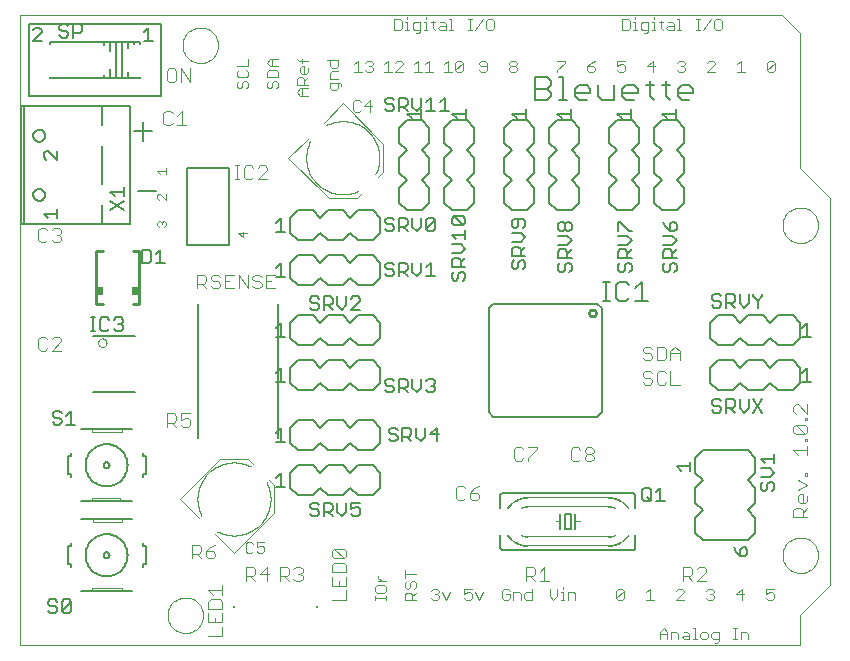
<source format=gto>
G75*
G70*
%OFA0B0*%
%FSLAX24Y24*%
%IPPOS*%
%LPD*%
%AMOC8*
5,1,8,0,0,1.08239X$1,22.5*
%
%ADD10C,0.0000*%
%ADD11C,0.0040*%
%ADD12C,0.0070*%
%ADD13C,0.0080*%
%ADD14C,0.0001*%
%ADD15C,0.0060*%
%ADD16C,0.0020*%
%ADD17C,0.0050*%
%ADD18C,0.0100*%
%ADD19C,0.0030*%
%ADD20R,0.0079X0.0079*%
%ADD21R,0.0197X0.0295*%
D10*
X000500Y000500D02*
X000500Y021500D01*
X025900Y021500D01*
X026500Y020900D01*
X026500Y016400D01*
X027500Y015400D01*
X027500Y002500D01*
X026500Y001500D01*
X026500Y000500D01*
X000500Y000500D01*
X005409Y001500D02*
X005411Y001548D01*
X005417Y001596D01*
X005427Y001643D01*
X005440Y001689D01*
X005458Y001734D01*
X005478Y001778D01*
X005503Y001820D01*
X005531Y001859D01*
X005561Y001896D01*
X005595Y001930D01*
X005632Y001962D01*
X005670Y001991D01*
X005711Y002016D01*
X005754Y002038D01*
X005799Y002056D01*
X005845Y002070D01*
X005892Y002081D01*
X005940Y002088D01*
X005988Y002091D01*
X006036Y002090D01*
X006084Y002085D01*
X006132Y002076D01*
X006178Y002064D01*
X006223Y002047D01*
X006267Y002027D01*
X006309Y002004D01*
X006349Y001977D01*
X006387Y001947D01*
X006422Y001914D01*
X006454Y001878D01*
X006484Y001840D01*
X006510Y001799D01*
X006532Y001756D01*
X006552Y001712D01*
X006567Y001667D01*
X006579Y001620D01*
X006587Y001572D01*
X006591Y001524D01*
X006591Y001476D01*
X006587Y001428D01*
X006579Y001380D01*
X006567Y001333D01*
X006552Y001288D01*
X006532Y001244D01*
X006510Y001201D01*
X006484Y001160D01*
X006454Y001122D01*
X006422Y001086D01*
X006387Y001053D01*
X006349Y001023D01*
X006309Y000996D01*
X006267Y000973D01*
X006223Y000953D01*
X006178Y000936D01*
X006132Y000924D01*
X006084Y000915D01*
X006036Y000910D01*
X005988Y000909D01*
X005940Y000912D01*
X005892Y000919D01*
X005845Y000930D01*
X005799Y000944D01*
X005754Y000962D01*
X005711Y000984D01*
X005670Y001009D01*
X005632Y001038D01*
X005595Y001070D01*
X005561Y001104D01*
X005531Y001141D01*
X005503Y001180D01*
X005478Y001222D01*
X005458Y001266D01*
X005440Y001311D01*
X005427Y001357D01*
X005417Y001404D01*
X005411Y001452D01*
X005409Y001500D01*
X025909Y003500D02*
X025911Y003548D01*
X025917Y003596D01*
X025927Y003643D01*
X025940Y003689D01*
X025958Y003734D01*
X025978Y003778D01*
X026003Y003820D01*
X026031Y003859D01*
X026061Y003896D01*
X026095Y003930D01*
X026132Y003962D01*
X026170Y003991D01*
X026211Y004016D01*
X026254Y004038D01*
X026299Y004056D01*
X026345Y004070D01*
X026392Y004081D01*
X026440Y004088D01*
X026488Y004091D01*
X026536Y004090D01*
X026584Y004085D01*
X026632Y004076D01*
X026678Y004064D01*
X026723Y004047D01*
X026767Y004027D01*
X026809Y004004D01*
X026849Y003977D01*
X026887Y003947D01*
X026922Y003914D01*
X026954Y003878D01*
X026984Y003840D01*
X027010Y003799D01*
X027032Y003756D01*
X027052Y003712D01*
X027067Y003667D01*
X027079Y003620D01*
X027087Y003572D01*
X027091Y003524D01*
X027091Y003476D01*
X027087Y003428D01*
X027079Y003380D01*
X027067Y003333D01*
X027052Y003288D01*
X027032Y003244D01*
X027010Y003201D01*
X026984Y003160D01*
X026954Y003122D01*
X026922Y003086D01*
X026887Y003053D01*
X026849Y003023D01*
X026809Y002996D01*
X026767Y002973D01*
X026723Y002953D01*
X026678Y002936D01*
X026632Y002924D01*
X026584Y002915D01*
X026536Y002910D01*
X026488Y002909D01*
X026440Y002912D01*
X026392Y002919D01*
X026345Y002930D01*
X026299Y002944D01*
X026254Y002962D01*
X026211Y002984D01*
X026170Y003009D01*
X026132Y003038D01*
X026095Y003070D01*
X026061Y003104D01*
X026031Y003141D01*
X026003Y003180D01*
X025978Y003222D01*
X025958Y003266D01*
X025940Y003311D01*
X025927Y003357D01*
X025917Y003404D01*
X025911Y003452D01*
X025909Y003500D01*
X025909Y014500D02*
X025911Y014548D01*
X025917Y014596D01*
X025927Y014643D01*
X025940Y014689D01*
X025958Y014734D01*
X025978Y014778D01*
X026003Y014820D01*
X026031Y014859D01*
X026061Y014896D01*
X026095Y014930D01*
X026132Y014962D01*
X026170Y014991D01*
X026211Y015016D01*
X026254Y015038D01*
X026299Y015056D01*
X026345Y015070D01*
X026392Y015081D01*
X026440Y015088D01*
X026488Y015091D01*
X026536Y015090D01*
X026584Y015085D01*
X026632Y015076D01*
X026678Y015064D01*
X026723Y015047D01*
X026767Y015027D01*
X026809Y015004D01*
X026849Y014977D01*
X026887Y014947D01*
X026922Y014914D01*
X026954Y014878D01*
X026984Y014840D01*
X027010Y014799D01*
X027032Y014756D01*
X027052Y014712D01*
X027067Y014667D01*
X027079Y014620D01*
X027087Y014572D01*
X027091Y014524D01*
X027091Y014476D01*
X027087Y014428D01*
X027079Y014380D01*
X027067Y014333D01*
X027052Y014288D01*
X027032Y014244D01*
X027010Y014201D01*
X026984Y014160D01*
X026954Y014122D01*
X026922Y014086D01*
X026887Y014053D01*
X026849Y014023D01*
X026809Y013996D01*
X026767Y013973D01*
X026723Y013953D01*
X026678Y013936D01*
X026632Y013924D01*
X026584Y013915D01*
X026536Y013910D01*
X026488Y013909D01*
X026440Y013912D01*
X026392Y013919D01*
X026345Y013930D01*
X026299Y013944D01*
X026254Y013962D01*
X026211Y013984D01*
X026170Y014009D01*
X026132Y014038D01*
X026095Y014070D01*
X026061Y014104D01*
X026031Y014141D01*
X026003Y014180D01*
X025978Y014222D01*
X025958Y014266D01*
X025940Y014311D01*
X025927Y014357D01*
X025917Y014404D01*
X025911Y014452D01*
X025909Y014500D01*
X005909Y020500D02*
X005911Y020548D01*
X005917Y020596D01*
X005927Y020643D01*
X005940Y020689D01*
X005958Y020734D01*
X005978Y020778D01*
X006003Y020820D01*
X006031Y020859D01*
X006061Y020896D01*
X006095Y020930D01*
X006132Y020962D01*
X006170Y020991D01*
X006211Y021016D01*
X006254Y021038D01*
X006299Y021056D01*
X006345Y021070D01*
X006392Y021081D01*
X006440Y021088D01*
X006488Y021091D01*
X006536Y021090D01*
X006584Y021085D01*
X006632Y021076D01*
X006678Y021064D01*
X006723Y021047D01*
X006767Y021027D01*
X006809Y021004D01*
X006849Y020977D01*
X006887Y020947D01*
X006922Y020914D01*
X006954Y020878D01*
X006984Y020840D01*
X007010Y020799D01*
X007032Y020756D01*
X007052Y020712D01*
X007067Y020667D01*
X007079Y020620D01*
X007087Y020572D01*
X007091Y020524D01*
X007091Y020476D01*
X007087Y020428D01*
X007079Y020380D01*
X007067Y020333D01*
X007052Y020288D01*
X007032Y020244D01*
X007010Y020201D01*
X006984Y020160D01*
X006954Y020122D01*
X006922Y020086D01*
X006887Y020053D01*
X006849Y020023D01*
X006809Y019996D01*
X006767Y019973D01*
X006723Y019953D01*
X006678Y019936D01*
X006632Y019924D01*
X006584Y019915D01*
X006536Y019910D01*
X006488Y019909D01*
X006440Y019912D01*
X006392Y019919D01*
X006345Y019930D01*
X006299Y019944D01*
X006254Y019962D01*
X006211Y019984D01*
X006170Y020009D01*
X006132Y020038D01*
X006095Y020070D01*
X006061Y020104D01*
X006031Y020141D01*
X006003Y020180D01*
X005978Y020222D01*
X005958Y020266D01*
X005940Y020311D01*
X005927Y020357D01*
X005917Y020404D01*
X005911Y020452D01*
X005909Y020500D01*
D11*
X005855Y019730D02*
X006162Y019270D01*
X006162Y019730D01*
X005855Y019730D02*
X005855Y019270D01*
X005702Y019347D02*
X005702Y019654D01*
X005625Y019730D01*
X005472Y019730D01*
X005395Y019654D01*
X005395Y019347D01*
X005472Y019270D01*
X005625Y019270D01*
X005702Y019347D01*
X005884Y018305D02*
X005884Y017845D01*
X006037Y017845D02*
X005730Y017845D01*
X005577Y017922D02*
X005500Y017845D01*
X005347Y017845D01*
X005270Y017922D01*
X005270Y018229D01*
X005347Y018305D01*
X005500Y018305D01*
X005577Y018229D01*
X005730Y018152D02*
X005884Y018305D01*
X007645Y016500D02*
X007798Y016500D01*
X007722Y016500D02*
X007722Y016040D01*
X007798Y016040D02*
X007645Y016040D01*
X007952Y016117D02*
X007952Y016424D01*
X008029Y016500D01*
X008182Y016500D01*
X008259Y016424D01*
X008412Y016424D02*
X008489Y016500D01*
X008643Y016500D01*
X008719Y016424D01*
X008719Y016347D01*
X008412Y016040D01*
X008719Y016040D01*
X008259Y016117D02*
X008182Y016040D01*
X008029Y016040D01*
X007952Y016117D01*
X009440Y016750D02*
X010081Y017390D01*
X010610Y017919D02*
X011250Y018560D01*
X012586Y017223D01*
X012586Y016277D01*
X012419Y016110D01*
X011890Y015581D02*
X011723Y015414D01*
X010777Y015414D01*
X009440Y016750D01*
X010164Y017307D02*
X010135Y017245D01*
X010109Y017182D01*
X010087Y017117D01*
X010068Y017052D01*
X010053Y016985D01*
X010042Y016918D01*
X010034Y016850D01*
X010030Y016782D01*
X010031Y016714D01*
X010034Y016645D01*
X010042Y016578D01*
X010054Y016510D01*
X010069Y016444D01*
X010088Y016378D01*
X010111Y016314D01*
X010137Y016251D01*
X010167Y016189D01*
X010200Y016130D01*
X010236Y016072D01*
X010275Y016016D01*
X010318Y015963D01*
X010364Y015912D01*
X010412Y015864D01*
X010463Y015818D01*
X010516Y015775D01*
X010572Y015736D01*
X010630Y015700D01*
X010689Y015667D01*
X010751Y015637D01*
X010814Y015611D01*
X010878Y015588D01*
X010944Y015569D01*
X011010Y015554D01*
X011078Y015542D01*
X011145Y015534D01*
X011214Y015531D01*
X011282Y015530D01*
X011350Y015534D01*
X011418Y015542D01*
X011485Y015553D01*
X011552Y015568D01*
X011617Y015587D01*
X011682Y015609D01*
X011745Y015635D01*
X011807Y015664D01*
X012336Y016193D02*
X012365Y016255D01*
X012391Y016318D01*
X012413Y016383D01*
X012432Y016448D01*
X012447Y016515D01*
X012458Y016582D01*
X012466Y016650D01*
X012470Y016718D01*
X012469Y016786D01*
X012466Y016855D01*
X012458Y016922D01*
X012446Y016990D01*
X012431Y017056D01*
X012412Y017122D01*
X012389Y017186D01*
X012363Y017249D01*
X012333Y017311D01*
X012300Y017370D01*
X012264Y017428D01*
X012225Y017484D01*
X012182Y017537D01*
X012136Y017588D01*
X012088Y017636D01*
X012037Y017682D01*
X011984Y017725D01*
X011928Y017764D01*
X011870Y017800D01*
X011811Y017833D01*
X011749Y017863D01*
X011686Y017889D01*
X011622Y017912D01*
X011556Y017931D01*
X011490Y017946D01*
X011422Y017958D01*
X011355Y017966D01*
X011286Y017969D01*
X011218Y017970D01*
X011150Y017966D01*
X011082Y017958D01*
X011015Y017947D01*
X010948Y017932D01*
X010883Y017913D01*
X010818Y017891D01*
X010755Y017865D01*
X010693Y017836D01*
X007910Y014287D02*
X007910Y014100D01*
X007770Y014240D01*
X008050Y014240D01*
X008083Y012855D02*
X008083Y012395D01*
X007776Y012855D01*
X007776Y012395D01*
X007623Y012395D02*
X007316Y012395D01*
X007316Y012855D01*
X007623Y012855D01*
X007469Y012625D02*
X007316Y012625D01*
X007162Y012548D02*
X007162Y012472D01*
X007086Y012395D01*
X006932Y012395D01*
X006855Y012472D01*
X006702Y012395D02*
X006548Y012548D01*
X006625Y012548D02*
X006395Y012548D01*
X006395Y012395D02*
X006395Y012855D01*
X006625Y012855D01*
X006702Y012779D01*
X006702Y012625D01*
X006625Y012548D01*
X006855Y012702D02*
X006932Y012625D01*
X007086Y012625D01*
X007162Y012548D01*
X007162Y012779D02*
X007086Y012855D01*
X006932Y012855D01*
X006855Y012779D01*
X006855Y012702D01*
X008237Y012702D02*
X008313Y012625D01*
X008467Y012625D01*
X008543Y012548D01*
X008543Y012472D01*
X008467Y012395D01*
X008313Y012395D01*
X008237Y012472D01*
X008237Y012702D02*
X008237Y012779D01*
X008313Y012855D01*
X008467Y012855D01*
X008543Y012779D01*
X008697Y012855D02*
X008697Y012395D01*
X009004Y012395D01*
X008850Y012625D02*
X008697Y012625D01*
X008697Y012855D02*
X009004Y012855D01*
X005350Y014495D02*
X005303Y014448D01*
X005350Y014495D02*
X005350Y014589D01*
X005303Y014635D01*
X005257Y014635D01*
X005210Y014589D01*
X005210Y014542D01*
X005210Y014589D02*
X005163Y014635D01*
X005116Y014635D01*
X005070Y014589D01*
X005070Y014495D01*
X005116Y014448D01*
X005113Y015358D02*
X005066Y015405D01*
X005066Y015499D01*
X005113Y015545D01*
X005159Y015545D01*
X005346Y015358D01*
X005346Y015545D01*
X005350Y016210D02*
X005350Y016396D01*
X005350Y016303D02*
X005070Y016303D01*
X005163Y016210D01*
X001867Y014329D02*
X001867Y014252D01*
X001790Y014175D01*
X001867Y014098D01*
X001867Y014022D01*
X001790Y013945D01*
X001636Y013945D01*
X001560Y014022D01*
X001406Y014022D02*
X001329Y013945D01*
X001176Y013945D01*
X001099Y014022D01*
X001099Y014329D01*
X001176Y014405D01*
X001329Y014405D01*
X001406Y014329D01*
X001560Y014329D02*
X001636Y014405D01*
X001790Y014405D01*
X001867Y014329D01*
X001790Y014175D02*
X001713Y014175D01*
X001636Y010780D02*
X001560Y010704D01*
X001636Y010780D02*
X001790Y010780D01*
X001867Y010704D01*
X001867Y010627D01*
X001560Y010320D01*
X001867Y010320D01*
X001406Y010397D02*
X001329Y010320D01*
X001176Y010320D01*
X001099Y010397D01*
X001099Y010704D01*
X001176Y010780D01*
X001329Y010780D01*
X001406Y010704D01*
X005395Y008230D02*
X005395Y007770D01*
X005395Y007923D02*
X005625Y007923D01*
X005702Y008000D01*
X005702Y008154D01*
X005625Y008230D01*
X005395Y008230D01*
X005548Y007923D02*
X005702Y007770D01*
X005855Y007847D02*
X005932Y007770D01*
X006086Y007770D01*
X006162Y007847D01*
X006162Y008000D01*
X006086Y008077D01*
X006009Y008077D01*
X005855Y008000D01*
X005855Y008230D01*
X006162Y008230D01*
X007152Y006711D02*
X008098Y006711D01*
X008265Y006544D01*
X008794Y006015D02*
X008961Y005848D01*
X008961Y004902D01*
X007625Y003565D01*
X006985Y004206D01*
X006992Y003855D02*
X006838Y003779D01*
X006685Y003625D01*
X006915Y003625D01*
X006992Y003548D01*
X006992Y003472D01*
X006915Y003395D01*
X006761Y003395D01*
X006685Y003472D01*
X006685Y003625D01*
X006531Y003625D02*
X006531Y003779D01*
X006454Y003855D01*
X006224Y003855D01*
X006224Y003395D01*
X006224Y003548D02*
X006454Y003548D01*
X006531Y003625D01*
X006378Y003548D02*
X006531Y003395D01*
X007230Y002492D02*
X007230Y002185D01*
X007230Y002338D02*
X006770Y002338D01*
X006923Y002185D01*
X006846Y002031D02*
X006770Y001954D01*
X006770Y001724D01*
X007230Y001724D01*
X007230Y001954D01*
X007153Y002031D01*
X006846Y002031D01*
X006770Y001571D02*
X006770Y001264D01*
X007230Y001264D01*
X007230Y001571D01*
X007000Y001417D02*
X007000Y001264D01*
X007230Y001110D02*
X007230Y000803D01*
X006770Y000803D01*
X008020Y002645D02*
X008020Y003105D01*
X008250Y003105D01*
X008327Y003029D01*
X008327Y002875D01*
X008250Y002798D01*
X008020Y002798D01*
X008173Y002798D02*
X008327Y002645D01*
X008480Y002875D02*
X008787Y002875D01*
X008711Y002645D02*
X008711Y003105D01*
X008480Y002875D01*
X009145Y002798D02*
X009375Y002798D01*
X009452Y002875D01*
X009452Y003029D01*
X009375Y003105D01*
X009145Y003105D01*
X009145Y002645D01*
X009298Y002798D02*
X009452Y002645D01*
X009605Y002722D02*
X009682Y002645D01*
X009836Y002645D01*
X009912Y002722D01*
X009912Y002798D01*
X009836Y002875D01*
X009759Y002875D01*
X009836Y002875D02*
X009912Y002952D01*
X009912Y003029D01*
X009836Y003105D01*
X009682Y003105D01*
X009605Y003029D01*
X010895Y002941D02*
X010895Y003171D01*
X010971Y003248D01*
X011278Y003248D01*
X011355Y003171D01*
X011355Y002941D01*
X010895Y002941D01*
X010895Y002787D02*
X010895Y002480D01*
X011355Y002480D01*
X011355Y002787D01*
X011125Y002634D02*
X011125Y002480D01*
X011355Y002327D02*
X011355Y002020D01*
X010895Y002020D01*
X010971Y003401D02*
X010895Y003478D01*
X010895Y003631D01*
X010971Y003708D01*
X011278Y003401D01*
X011355Y003478D01*
X011355Y003631D01*
X011278Y003708D01*
X010971Y003708D01*
X010971Y003401D02*
X011278Y003401D01*
X008711Y005932D02*
X008740Y005870D01*
X008766Y005807D01*
X008788Y005742D01*
X008807Y005677D01*
X008822Y005610D01*
X008833Y005543D01*
X008841Y005475D01*
X008845Y005407D01*
X008844Y005339D01*
X008841Y005270D01*
X008833Y005203D01*
X008821Y005135D01*
X008806Y005069D01*
X008787Y005003D01*
X008764Y004939D01*
X008738Y004876D01*
X008708Y004814D01*
X008675Y004755D01*
X008639Y004697D01*
X008600Y004641D01*
X008557Y004588D01*
X008511Y004537D01*
X008463Y004489D01*
X008412Y004443D01*
X008359Y004400D01*
X008303Y004361D01*
X008245Y004325D01*
X008186Y004292D01*
X008124Y004262D01*
X008061Y004236D01*
X007997Y004213D01*
X007931Y004194D01*
X007865Y004179D01*
X007797Y004167D01*
X007730Y004159D01*
X007661Y004156D01*
X007593Y004155D01*
X007525Y004159D01*
X007457Y004167D01*
X007390Y004178D01*
X007323Y004193D01*
X007258Y004212D01*
X007193Y004234D01*
X007130Y004260D01*
X007068Y004289D01*
X006456Y004735D02*
X005815Y005375D01*
X007152Y006711D01*
X008182Y006461D02*
X008120Y006490D01*
X008057Y006516D01*
X007992Y006538D01*
X007927Y006557D01*
X007860Y006572D01*
X007793Y006583D01*
X007725Y006591D01*
X007657Y006595D01*
X007589Y006594D01*
X007520Y006591D01*
X007453Y006583D01*
X007385Y006571D01*
X007319Y006556D01*
X007253Y006537D01*
X007189Y006514D01*
X007126Y006488D01*
X007064Y006458D01*
X007005Y006425D01*
X006947Y006389D01*
X006891Y006350D01*
X006838Y006307D01*
X006787Y006261D01*
X006739Y006213D01*
X006693Y006162D01*
X006650Y006109D01*
X006611Y006053D01*
X006575Y005995D01*
X006542Y005936D01*
X006512Y005874D01*
X006486Y005811D01*
X006463Y005747D01*
X006444Y005681D01*
X006429Y005615D01*
X006417Y005547D01*
X006409Y005480D01*
X006406Y005411D01*
X006405Y005343D01*
X006409Y005275D01*
X006417Y005207D01*
X006428Y005140D01*
X006443Y005073D01*
X006462Y005008D01*
X006484Y004943D01*
X006510Y004880D01*
X006539Y004818D01*
X015020Y005422D02*
X015097Y005345D01*
X015250Y005345D01*
X015327Y005422D01*
X015480Y005422D02*
X015557Y005345D01*
X015711Y005345D01*
X015787Y005422D01*
X015787Y005498D01*
X015711Y005575D01*
X015480Y005575D01*
X015480Y005422D01*
X015480Y005575D02*
X015634Y005729D01*
X015787Y005805D01*
X015327Y005729D02*
X015250Y005805D01*
X015097Y005805D01*
X015020Y005729D01*
X015020Y005422D01*
X016958Y006734D02*
X016958Y007041D01*
X017034Y007118D01*
X017188Y007118D01*
X017264Y007041D01*
X017418Y007118D02*
X017725Y007118D01*
X017725Y007041D01*
X017418Y006734D01*
X017418Y006658D01*
X017264Y006734D02*
X017188Y006658D01*
X017034Y006658D01*
X016958Y006734D01*
X018849Y006709D02*
X018926Y006633D01*
X019079Y006633D01*
X019156Y006709D01*
X019310Y006709D02*
X019310Y006786D01*
X019386Y006863D01*
X019540Y006863D01*
X019617Y006786D01*
X019617Y006709D01*
X019540Y006633D01*
X019386Y006633D01*
X019310Y006709D01*
X019386Y006863D02*
X019310Y006939D01*
X019310Y007016D01*
X019386Y007093D01*
X019540Y007093D01*
X019617Y007016D01*
X019617Y006939D01*
X019540Y006863D01*
X019156Y007016D02*
X019079Y007093D01*
X018926Y007093D01*
X018849Y007016D01*
X018849Y006709D01*
X021328Y009183D02*
X021251Y009260D01*
X021328Y009183D02*
X021481Y009183D01*
X021558Y009260D01*
X021558Y009337D01*
X021481Y009414D01*
X021328Y009414D01*
X021251Y009490D01*
X021251Y009567D01*
X021328Y009644D01*
X021481Y009644D01*
X021558Y009567D01*
X021712Y009567D02*
X021712Y009260D01*
X021788Y009183D01*
X021942Y009183D01*
X022019Y009260D01*
X022172Y009183D02*
X022479Y009183D01*
X022172Y009183D02*
X022172Y009644D01*
X022019Y009567D02*
X021942Y009644D01*
X021788Y009644D01*
X021712Y009567D01*
X021712Y009996D02*
X021942Y009996D01*
X022019Y010073D01*
X022019Y010380D01*
X021942Y010456D01*
X021712Y010456D01*
X021712Y009996D01*
X021558Y010073D02*
X021481Y009996D01*
X021328Y009996D01*
X021251Y010073D01*
X021328Y010226D02*
X021251Y010303D01*
X021251Y010380D01*
X021328Y010456D01*
X021481Y010456D01*
X021558Y010380D01*
X021481Y010226D02*
X021558Y010149D01*
X021558Y010073D01*
X021481Y010226D02*
X021328Y010226D01*
X022172Y010226D02*
X022479Y010226D01*
X022479Y010303D02*
X022479Y009996D01*
X022479Y010303D02*
X022326Y010456D01*
X022172Y010303D01*
X022172Y009996D01*
X026270Y008453D02*
X026270Y008300D01*
X026346Y008223D01*
X026270Y008453D02*
X026346Y008530D01*
X026423Y008530D01*
X026730Y008223D01*
X026730Y008530D01*
X026730Y008069D02*
X026730Y007993D01*
X026653Y007993D01*
X026653Y008069D01*
X026730Y008069D01*
X026653Y007839D02*
X026346Y007839D01*
X026653Y007532D01*
X026730Y007609D01*
X026730Y007763D01*
X026653Y007839D01*
X026346Y007839D02*
X026270Y007763D01*
X026270Y007609D01*
X026346Y007532D01*
X026653Y007532D01*
X026653Y007379D02*
X026730Y007379D01*
X026730Y007302D01*
X026653Y007302D01*
X026653Y007379D01*
X026730Y007149D02*
X026730Y006842D01*
X026730Y006995D02*
X026270Y006995D01*
X026423Y006842D01*
X026653Y006228D02*
X026730Y006228D01*
X026730Y006151D01*
X026653Y006151D01*
X026653Y006228D01*
X026423Y005998D02*
X026730Y005844D01*
X026423Y005691D01*
X026500Y005537D02*
X026423Y005461D01*
X026423Y005307D01*
X026500Y005230D01*
X026653Y005230D01*
X026730Y005307D01*
X026730Y005461D01*
X026577Y005537D02*
X026577Y005230D01*
X026500Y005077D02*
X026346Y005077D01*
X026270Y005000D01*
X026270Y004770D01*
X026730Y004770D01*
X026577Y004770D02*
X026577Y005000D01*
X026500Y005077D01*
X026577Y004923D02*
X026730Y005077D01*
X026577Y005537D02*
X026500Y005537D01*
X023367Y003029D02*
X023367Y002952D01*
X023060Y002645D01*
X023367Y002645D01*
X023367Y003029D02*
X023290Y003105D01*
X023136Y003105D01*
X023060Y003029D01*
X022906Y003029D02*
X022906Y002875D01*
X022829Y002798D01*
X022599Y002798D01*
X022599Y002645D02*
X022599Y003105D01*
X022829Y003105D01*
X022906Y003029D01*
X022753Y002798D02*
X022906Y002645D01*
X018117Y002645D02*
X017810Y002645D01*
X017963Y002645D02*
X017963Y003105D01*
X017810Y002952D01*
X017656Y003029D02*
X017656Y002875D01*
X017579Y002798D01*
X017349Y002798D01*
X017349Y002645D02*
X017349Y003105D01*
X017579Y003105D01*
X017656Y003029D01*
X017503Y002798D02*
X017656Y002645D01*
D12*
X017660Y018660D02*
X018055Y018660D01*
X018187Y018792D01*
X018187Y018924D01*
X018055Y019055D01*
X017660Y019055D01*
X017660Y018660D02*
X017660Y019451D01*
X018055Y019451D01*
X018187Y019319D01*
X018187Y019187D01*
X018055Y019055D01*
X018452Y019451D02*
X018584Y019451D01*
X018584Y018660D01*
X018715Y018660D02*
X018452Y018660D01*
X018980Y018792D02*
X018980Y019055D01*
X019112Y019187D01*
X019375Y019187D01*
X019507Y019055D01*
X019507Y018924D01*
X018980Y018924D01*
X018980Y018792D02*
X019112Y018660D01*
X019375Y018660D01*
X019772Y018792D02*
X019903Y018660D01*
X020299Y018660D01*
X020299Y019187D01*
X020564Y019055D02*
X020695Y019187D01*
X020959Y019187D01*
X021091Y019055D01*
X021091Y018924D01*
X020564Y018924D01*
X020564Y019055D02*
X020564Y018792D01*
X020695Y018660D01*
X020959Y018660D01*
X021487Y018792D02*
X021619Y018660D01*
X021487Y018792D02*
X021487Y019319D01*
X021355Y019187D02*
X021619Y019187D01*
X021883Y019187D02*
X022147Y019187D01*
X022015Y019319D02*
X022015Y018792D01*
X022147Y018660D01*
X022411Y018792D02*
X022411Y019055D01*
X022543Y019187D01*
X022807Y019187D01*
X022938Y019055D01*
X022938Y018924D01*
X022411Y018924D01*
X022411Y018792D02*
X022543Y018660D01*
X022807Y018660D01*
X019772Y018792D02*
X019772Y019187D01*
D13*
X019732Y011890D02*
X016268Y011890D01*
X016110Y011732D01*
X016110Y008268D01*
X016268Y008110D01*
X019732Y008110D01*
X019890Y008268D01*
X019890Y011732D01*
X019732Y011890D01*
X009079Y011859D02*
X009079Y007401D01*
X006421Y007401D02*
X006421Y011859D01*
X006050Y013835D02*
X006050Y016415D01*
X007450Y016415D01*
X007450Y013835D01*
X006050Y013835D01*
X005029Y015625D02*
X004415Y015625D01*
X004597Y017318D02*
X004597Y017932D01*
X004290Y017625D02*
X004904Y017625D01*
D14*
X016731Y004169D02*
X016747Y004180D01*
X016746Y004180D02*
X016779Y004135D01*
X016814Y004093D01*
X016853Y004054D01*
X016893Y004017D01*
X016937Y003984D01*
X016982Y003953D01*
X017030Y003926D01*
X017079Y003902D01*
X017130Y003881D01*
X017183Y003864D01*
X017236Y003851D01*
X017290Y003842D01*
X017345Y003836D01*
X017400Y003834D01*
X017400Y003816D01*
X017400Y003815D01*
X017343Y003817D01*
X017287Y003823D01*
X017232Y003833D01*
X017177Y003846D01*
X017124Y003863D01*
X017072Y003884D01*
X017021Y003909D01*
X016972Y003937D01*
X016926Y003968D01*
X016881Y004003D01*
X016839Y004040D01*
X016800Y004081D01*
X016764Y004124D01*
X016731Y004169D01*
X016731Y004170D01*
X016765Y004124D01*
X016801Y004081D01*
X016840Y004041D01*
X016882Y004004D01*
X016926Y003969D01*
X016973Y003938D01*
X017022Y003910D01*
X017072Y003885D01*
X017124Y003864D01*
X017178Y003847D01*
X017232Y003834D01*
X017288Y003824D01*
X017343Y003818D01*
X017400Y003816D01*
X017400Y003817D01*
X017343Y003819D01*
X017288Y003825D01*
X017232Y003835D01*
X017178Y003848D01*
X017125Y003865D01*
X017073Y003886D01*
X017022Y003911D01*
X016973Y003939D01*
X016927Y003970D01*
X016883Y004004D01*
X016841Y004042D01*
X016802Y004082D01*
X016765Y004125D01*
X016732Y004170D01*
X016733Y004171D01*
X016766Y004125D01*
X016802Y004083D01*
X016841Y004043D01*
X016883Y004005D01*
X016927Y003971D01*
X016974Y003940D01*
X017023Y003912D01*
X017073Y003887D01*
X017125Y003866D01*
X017178Y003849D01*
X017233Y003836D01*
X017288Y003826D01*
X017344Y003820D01*
X017400Y003818D01*
X017400Y003819D01*
X017344Y003821D01*
X017288Y003827D01*
X017233Y003837D01*
X017179Y003850D01*
X017125Y003867D01*
X017073Y003888D01*
X017023Y003913D01*
X016975Y003940D01*
X016928Y003972D01*
X016884Y004006D01*
X016842Y004043D01*
X016803Y004083D01*
X016767Y004126D01*
X016734Y004171D01*
X016735Y004172D01*
X016768Y004127D01*
X016804Y004084D01*
X016843Y004044D01*
X016884Y004007D01*
X016929Y003972D01*
X016975Y003941D01*
X017024Y003913D01*
X017074Y003889D01*
X017126Y003868D01*
X017179Y003851D01*
X017233Y003838D01*
X017288Y003828D01*
X017344Y003822D01*
X017400Y003820D01*
X017400Y003821D01*
X017344Y003823D01*
X017288Y003829D01*
X017233Y003838D01*
X017179Y003852D01*
X017126Y003869D01*
X017074Y003890D01*
X017024Y003914D01*
X016976Y003942D01*
X016929Y003973D01*
X016885Y004007D01*
X016844Y004045D01*
X016805Y004085D01*
X016769Y004127D01*
X016736Y004172D01*
X016736Y004173D01*
X016769Y004128D01*
X016805Y004085D01*
X016844Y004045D01*
X016886Y004008D01*
X016930Y003974D01*
X016976Y003943D01*
X017024Y003915D01*
X017075Y003891D01*
X017126Y003870D01*
X017179Y003853D01*
X017233Y003839D01*
X017288Y003830D01*
X017344Y003824D01*
X017400Y003822D01*
X017400Y003823D01*
X017344Y003825D01*
X017288Y003831D01*
X017234Y003840D01*
X017180Y003854D01*
X017127Y003871D01*
X017075Y003892D01*
X017025Y003916D01*
X016977Y003944D01*
X016930Y003975D01*
X016886Y004009D01*
X016845Y004046D01*
X016806Y004086D01*
X016770Y004129D01*
X016737Y004173D01*
X016738Y004174D01*
X016771Y004129D01*
X016807Y004087D01*
X016846Y004047D01*
X016887Y004010D01*
X016931Y003976D01*
X016977Y003945D01*
X017025Y003917D01*
X017075Y003893D01*
X017127Y003872D01*
X017180Y003855D01*
X017234Y003841D01*
X017289Y003832D01*
X017344Y003826D01*
X017400Y003824D01*
X017400Y003825D01*
X017344Y003827D01*
X017289Y003833D01*
X017234Y003842D01*
X017180Y003856D01*
X017127Y003873D01*
X017076Y003894D01*
X017026Y003918D01*
X016978Y003946D01*
X016932Y003976D01*
X016888Y004011D01*
X016846Y004048D01*
X016808Y004087D01*
X016772Y004130D01*
X016739Y004175D01*
X016740Y004175D01*
X016772Y004130D01*
X016808Y004088D01*
X016847Y004048D01*
X016888Y004011D01*
X016932Y003977D01*
X016978Y003946D01*
X017026Y003919D01*
X017076Y003895D01*
X017128Y003874D01*
X017180Y003857D01*
X017234Y003843D01*
X017289Y003834D01*
X017344Y003828D01*
X017400Y003826D01*
X017400Y003827D01*
X017344Y003829D01*
X017289Y003835D01*
X017234Y003844D01*
X017181Y003858D01*
X017128Y003875D01*
X017077Y003895D01*
X017027Y003920D01*
X016979Y003947D01*
X016933Y003978D01*
X016889Y004012D01*
X016848Y004049D01*
X016809Y004089D01*
X016773Y004131D01*
X016740Y004176D01*
X016741Y004176D01*
X016774Y004132D01*
X016810Y004089D01*
X016848Y004050D01*
X016890Y004013D01*
X016933Y003979D01*
X016979Y003948D01*
X017027Y003921D01*
X017077Y003896D01*
X017128Y003876D01*
X017181Y003859D01*
X017235Y003845D01*
X017289Y003836D01*
X017344Y003830D01*
X017400Y003828D01*
X017400Y003829D01*
X017344Y003831D01*
X017289Y003837D01*
X017235Y003846D01*
X017181Y003860D01*
X017129Y003877D01*
X017077Y003897D01*
X017028Y003921D01*
X016980Y003949D01*
X016934Y003980D01*
X016890Y004014D01*
X016849Y004050D01*
X016811Y004090D01*
X016775Y004132D01*
X016742Y004177D01*
X016743Y004177D01*
X016776Y004133D01*
X016811Y004091D01*
X016850Y004051D01*
X016891Y004014D01*
X016934Y003981D01*
X016980Y003950D01*
X017028Y003922D01*
X017078Y003898D01*
X017129Y003878D01*
X017182Y003861D01*
X017235Y003847D01*
X017289Y003838D01*
X017344Y003832D01*
X017400Y003830D01*
X017400Y003831D01*
X017344Y003833D01*
X017290Y003839D01*
X017235Y003848D01*
X017182Y003862D01*
X017129Y003879D01*
X017078Y003899D01*
X017029Y003923D01*
X016981Y003951D01*
X016935Y003981D01*
X016892Y004015D01*
X016850Y004052D01*
X016812Y004091D01*
X016776Y004134D01*
X016744Y004178D01*
X016745Y004179D01*
X016777Y004134D01*
X016813Y004092D01*
X016851Y004053D01*
X016892Y004016D01*
X016936Y003982D01*
X016981Y003951D01*
X017029Y003924D01*
X017079Y003900D01*
X017130Y003879D01*
X017182Y003863D01*
X017236Y003849D01*
X017290Y003840D01*
X017344Y003834D01*
X017400Y003832D01*
X017400Y003833D01*
X017345Y003835D01*
X017290Y003841D01*
X017236Y003850D01*
X017182Y003863D01*
X017130Y003880D01*
X017079Y003901D01*
X017030Y003925D01*
X016982Y003952D01*
X016936Y003983D01*
X016893Y004017D01*
X016852Y004053D01*
X016813Y004093D01*
X016778Y004135D01*
X016745Y004179D01*
X017179Y004166D02*
X017187Y004183D01*
X017186Y004183D02*
X017220Y004168D01*
X017255Y004156D01*
X017290Y004146D01*
X017326Y004140D01*
X017363Y004135D01*
X017400Y004134D01*
X017400Y004116D01*
X017400Y004115D01*
X017361Y004116D01*
X017323Y004121D01*
X017286Y004128D01*
X017249Y004138D01*
X017213Y004150D01*
X017178Y004166D01*
X017179Y004167D01*
X017213Y004151D01*
X017249Y004139D01*
X017286Y004129D01*
X017324Y004122D01*
X017361Y004117D01*
X017400Y004116D01*
X017400Y004117D01*
X017362Y004118D01*
X017324Y004123D01*
X017286Y004130D01*
X017250Y004140D01*
X017214Y004152D01*
X017179Y004168D01*
X017214Y004153D01*
X017250Y004141D01*
X017287Y004131D01*
X017324Y004124D01*
X017362Y004119D01*
X017400Y004118D01*
X017400Y004119D01*
X017362Y004120D01*
X017324Y004125D01*
X017287Y004132D01*
X017250Y004142D01*
X017215Y004154D01*
X017180Y004169D01*
X017180Y004170D01*
X017215Y004155D01*
X017251Y004143D01*
X017287Y004133D01*
X017324Y004126D01*
X017362Y004121D01*
X017400Y004120D01*
X017400Y004121D01*
X017362Y004122D01*
X017324Y004127D01*
X017287Y004134D01*
X017251Y004144D01*
X017215Y004156D01*
X017181Y004171D01*
X017181Y004172D01*
X017216Y004157D01*
X017251Y004145D01*
X017288Y004135D01*
X017325Y004128D01*
X017362Y004123D01*
X017400Y004122D01*
X017400Y004123D01*
X017362Y004124D01*
X017325Y004129D01*
X017288Y004136D01*
X017251Y004145D01*
X017216Y004158D01*
X017182Y004173D01*
X017182Y004174D01*
X017216Y004159D01*
X017252Y004146D01*
X017288Y004137D01*
X017325Y004130D01*
X017362Y004125D01*
X017400Y004124D01*
X017400Y004125D01*
X017362Y004126D01*
X017325Y004131D01*
X017288Y004138D01*
X017252Y004147D01*
X017217Y004160D01*
X017183Y004175D01*
X017183Y004176D01*
X017217Y004161D01*
X017252Y004148D01*
X017288Y004139D01*
X017325Y004132D01*
X017362Y004127D01*
X017400Y004126D01*
X017400Y004127D01*
X017362Y004128D01*
X017325Y004133D01*
X017289Y004140D01*
X017253Y004149D01*
X017218Y004162D01*
X017183Y004177D01*
X017184Y004177D01*
X017218Y004163D01*
X017253Y004150D01*
X017289Y004141D01*
X017325Y004134D01*
X017362Y004129D01*
X017400Y004128D01*
X017400Y004129D01*
X017362Y004130D01*
X017326Y004135D01*
X017289Y004142D01*
X017253Y004151D01*
X017218Y004164D01*
X017184Y004178D01*
X017185Y004179D01*
X017219Y004164D01*
X017254Y004152D01*
X017289Y004143D01*
X017326Y004136D01*
X017362Y004131D01*
X017400Y004130D01*
X017400Y004131D01*
X017363Y004132D01*
X017326Y004137D01*
X017290Y004144D01*
X017254Y004153D01*
X017219Y004165D01*
X017185Y004180D01*
X017186Y004181D01*
X017219Y004166D01*
X017254Y004154D01*
X017290Y004144D01*
X017326Y004138D01*
X017363Y004133D01*
X017400Y004132D01*
X017400Y004133D01*
X017363Y004134D01*
X017326Y004139D01*
X017290Y004145D01*
X017254Y004155D01*
X017220Y004167D01*
X017186Y004182D01*
X017400Y005134D02*
X017400Y005115D01*
X017400Y005116D02*
X017363Y005115D01*
X017326Y005110D01*
X017290Y005104D01*
X017255Y005094D01*
X017220Y005082D01*
X017186Y005067D01*
X017179Y005084D01*
X017178Y005084D01*
X017213Y005100D01*
X017249Y005112D01*
X017286Y005122D01*
X017323Y005129D01*
X017361Y005134D01*
X017400Y005135D01*
X017400Y005134D01*
X017361Y005133D01*
X017324Y005128D01*
X017286Y005121D01*
X017249Y005111D01*
X017213Y005099D01*
X017179Y005083D01*
X017179Y005082D01*
X017214Y005098D01*
X017250Y005110D01*
X017286Y005120D01*
X017324Y005127D01*
X017362Y005132D01*
X017400Y005133D01*
X017400Y005132D01*
X017362Y005131D01*
X017324Y005126D01*
X017287Y005119D01*
X017250Y005109D01*
X017214Y005097D01*
X017179Y005082D01*
X017180Y005081D01*
X017215Y005096D01*
X017250Y005108D01*
X017287Y005118D01*
X017324Y005125D01*
X017362Y005130D01*
X017400Y005131D01*
X017400Y005130D01*
X017362Y005129D01*
X017324Y005124D01*
X017287Y005117D01*
X017251Y005107D01*
X017215Y005095D01*
X017180Y005080D01*
X017181Y005079D01*
X017215Y005094D01*
X017251Y005106D01*
X017287Y005116D01*
X017324Y005123D01*
X017362Y005128D01*
X017400Y005129D01*
X017400Y005128D01*
X017362Y005127D01*
X017325Y005122D01*
X017288Y005115D01*
X017251Y005105D01*
X017216Y005093D01*
X017181Y005078D01*
X017182Y005077D01*
X017216Y005092D01*
X017251Y005105D01*
X017288Y005114D01*
X017325Y005121D01*
X017362Y005126D01*
X017400Y005127D01*
X017400Y005126D01*
X017362Y005125D01*
X017325Y005120D01*
X017288Y005113D01*
X017252Y005104D01*
X017216Y005091D01*
X017182Y005076D01*
X017183Y005075D01*
X017217Y005090D01*
X017252Y005103D01*
X017288Y005112D01*
X017325Y005119D01*
X017362Y005124D01*
X017400Y005125D01*
X017400Y005124D01*
X017362Y005123D01*
X017325Y005118D01*
X017288Y005111D01*
X017252Y005102D01*
X017217Y005089D01*
X017183Y005074D01*
X017183Y005073D01*
X017218Y005088D01*
X017253Y005101D01*
X017289Y005110D01*
X017325Y005117D01*
X017362Y005122D01*
X017400Y005123D01*
X017400Y005122D01*
X017362Y005121D01*
X017325Y005116D01*
X017289Y005109D01*
X017253Y005100D01*
X017218Y005087D01*
X017184Y005073D01*
X017184Y005072D01*
X017218Y005086D01*
X017253Y005099D01*
X017289Y005108D01*
X017326Y005115D01*
X017362Y005120D01*
X017400Y005121D01*
X017400Y005120D01*
X017362Y005119D01*
X017326Y005114D01*
X017289Y005107D01*
X017254Y005098D01*
X017219Y005086D01*
X017185Y005071D01*
X017185Y005070D01*
X017219Y005085D01*
X017254Y005097D01*
X017290Y005106D01*
X017326Y005113D01*
X017363Y005118D01*
X017400Y005119D01*
X017400Y005118D01*
X017363Y005117D01*
X017326Y005112D01*
X017290Y005106D01*
X017254Y005096D01*
X017219Y005084D01*
X017186Y005069D01*
X017186Y005068D01*
X017220Y005083D01*
X017254Y005095D01*
X017290Y005105D01*
X017326Y005111D01*
X017363Y005116D01*
X017400Y005117D01*
X017400Y005434D02*
X017400Y005415D01*
X017399Y005416D02*
X017345Y005414D01*
X017290Y005408D01*
X017236Y005399D01*
X017183Y005386D01*
X017130Y005369D01*
X017079Y005348D01*
X017030Y005324D01*
X016982Y005297D01*
X016937Y005266D01*
X016893Y005232D01*
X016852Y005196D01*
X016814Y005157D01*
X016779Y005115D01*
X016746Y005070D01*
X016731Y005080D01*
X016731Y005081D01*
X016764Y005126D01*
X016800Y005169D01*
X016839Y005210D01*
X016881Y005247D01*
X016926Y005282D01*
X016972Y005313D01*
X017021Y005341D01*
X017072Y005365D01*
X017124Y005386D01*
X017177Y005404D01*
X017232Y005417D01*
X017287Y005427D01*
X017343Y005433D01*
X017399Y005435D01*
X017399Y005434D01*
X017343Y005432D01*
X017287Y005426D01*
X017232Y005416D01*
X017178Y005403D01*
X017124Y005386D01*
X017072Y005365D01*
X017022Y005340D01*
X016973Y005312D01*
X016926Y005281D01*
X016882Y005246D01*
X016840Y005209D01*
X016801Y005169D01*
X016765Y005126D01*
X016731Y005080D01*
X016732Y005080D01*
X016765Y005125D01*
X016802Y005168D01*
X016841Y005208D01*
X016883Y005246D01*
X016927Y005280D01*
X016973Y005311D01*
X017022Y005339D01*
X017073Y005364D01*
X017125Y005385D01*
X017178Y005402D01*
X017232Y005415D01*
X017288Y005425D01*
X017343Y005431D01*
X017399Y005433D01*
X017399Y005432D01*
X017343Y005430D01*
X017288Y005424D01*
X017233Y005414D01*
X017178Y005401D01*
X017125Y005384D01*
X017073Y005363D01*
X017023Y005338D01*
X016974Y005310D01*
X016927Y005279D01*
X016883Y005245D01*
X016841Y005207D01*
X016802Y005167D01*
X016766Y005124D01*
X016733Y005079D01*
X016734Y005079D01*
X016767Y005124D01*
X016803Y005167D01*
X016842Y005207D01*
X016884Y005244D01*
X016928Y005278D01*
X016974Y005310D01*
X017023Y005337D01*
X017073Y005362D01*
X017125Y005383D01*
X017178Y005400D01*
X017233Y005413D01*
X017288Y005423D01*
X017344Y005429D01*
X017399Y005431D01*
X017399Y005430D01*
X017344Y005428D01*
X017288Y005422D01*
X017233Y005412D01*
X017179Y005399D01*
X017126Y005382D01*
X017074Y005361D01*
X017023Y005337D01*
X016975Y005309D01*
X016929Y005278D01*
X016884Y005243D01*
X016843Y005206D01*
X016804Y005166D01*
X016768Y005123D01*
X016735Y005078D01*
X016736Y005078D01*
X016769Y005123D01*
X016805Y005165D01*
X016843Y005205D01*
X016885Y005242D01*
X016929Y005277D01*
X016976Y005308D01*
X017024Y005336D01*
X017074Y005360D01*
X017126Y005381D01*
X017179Y005398D01*
X017233Y005412D01*
X017288Y005421D01*
X017344Y005427D01*
X017399Y005429D01*
X017399Y005428D01*
X017344Y005426D01*
X017288Y005420D01*
X017233Y005411D01*
X017179Y005397D01*
X017126Y005380D01*
X017075Y005359D01*
X017024Y005335D01*
X016976Y005307D01*
X016930Y005276D01*
X016886Y005242D01*
X016844Y005205D01*
X016805Y005165D01*
X016769Y005122D01*
X016736Y005077D01*
X016737Y005076D01*
X016770Y005121D01*
X016806Y005164D01*
X016845Y005204D01*
X016886Y005241D01*
X016930Y005275D01*
X016977Y005306D01*
X017025Y005334D01*
X017075Y005358D01*
X017127Y005379D01*
X017180Y005396D01*
X017234Y005410D01*
X017288Y005419D01*
X017344Y005425D01*
X017399Y005427D01*
X017399Y005426D01*
X017344Y005424D01*
X017289Y005418D01*
X017234Y005409D01*
X017180Y005395D01*
X017127Y005378D01*
X017075Y005357D01*
X017025Y005333D01*
X016977Y005305D01*
X016931Y005274D01*
X016887Y005240D01*
X016846Y005203D01*
X016807Y005163D01*
X016771Y005121D01*
X016738Y005076D01*
X016739Y005075D01*
X016772Y005120D01*
X016808Y005163D01*
X016846Y005202D01*
X016888Y005239D01*
X016932Y005273D01*
X016978Y005304D01*
X017026Y005332D01*
X017076Y005356D01*
X017127Y005377D01*
X017180Y005394D01*
X017234Y005408D01*
X017289Y005417D01*
X017344Y005423D01*
X017399Y005425D01*
X017399Y005424D01*
X017344Y005422D01*
X017289Y005416D01*
X017234Y005407D01*
X017180Y005393D01*
X017128Y005376D01*
X017076Y005355D01*
X017026Y005331D01*
X016978Y005304D01*
X016932Y005273D01*
X016888Y005239D01*
X016847Y005202D01*
X016808Y005162D01*
X016772Y005120D01*
X016740Y005075D01*
X016740Y005074D01*
X016773Y005119D01*
X016809Y005161D01*
X016848Y005201D01*
X016889Y005238D01*
X016933Y005272D01*
X016979Y005303D01*
X017027Y005330D01*
X017077Y005355D01*
X017128Y005375D01*
X017181Y005392D01*
X017234Y005406D01*
X017289Y005415D01*
X017344Y005421D01*
X017399Y005423D01*
X017399Y005422D01*
X017344Y005420D01*
X017289Y005414D01*
X017235Y005405D01*
X017181Y005391D01*
X017128Y005374D01*
X017077Y005354D01*
X017027Y005329D01*
X016979Y005302D01*
X016933Y005271D01*
X016890Y005237D01*
X016848Y005200D01*
X016810Y005161D01*
X016774Y005118D01*
X016741Y005074D01*
X016742Y005073D01*
X016775Y005118D01*
X016810Y005160D01*
X016849Y005199D01*
X016890Y005236D01*
X016934Y005270D01*
X016980Y005301D01*
X017028Y005329D01*
X017077Y005353D01*
X017129Y005373D01*
X017181Y005390D01*
X017235Y005404D01*
X017289Y005413D01*
X017344Y005419D01*
X017399Y005421D01*
X017399Y005420D01*
X017344Y005418D01*
X017289Y005412D01*
X017235Y005403D01*
X017181Y005389D01*
X017129Y005372D01*
X017078Y005352D01*
X017028Y005328D01*
X016980Y005300D01*
X016934Y005269D01*
X016891Y005236D01*
X016850Y005199D01*
X016811Y005159D01*
X016776Y005117D01*
X016743Y005073D01*
X016744Y005072D01*
X016776Y005116D01*
X016812Y005159D01*
X016850Y005198D01*
X016891Y005235D01*
X016935Y005269D01*
X016981Y005299D01*
X017029Y005327D01*
X017078Y005351D01*
X017129Y005371D01*
X017182Y005388D01*
X017235Y005402D01*
X017290Y005411D01*
X017344Y005417D01*
X017399Y005419D01*
X017399Y005418D01*
X017344Y005416D01*
X017290Y005410D01*
X017235Y005401D01*
X017182Y005387D01*
X017130Y005370D01*
X017079Y005350D01*
X017029Y005326D01*
X016981Y005298D01*
X016936Y005268D01*
X016892Y005234D01*
X016851Y005197D01*
X016813Y005158D01*
X016777Y005116D01*
X016745Y005071D01*
X016778Y005115D01*
X016813Y005157D01*
X016852Y005197D01*
X016893Y005233D01*
X016936Y005267D01*
X016982Y005298D01*
X017030Y005325D01*
X017079Y005349D01*
X017130Y005370D01*
X017182Y005386D01*
X017236Y005400D01*
X017290Y005409D01*
X017345Y005415D01*
X017399Y005417D01*
X020100Y003816D02*
X020100Y003835D01*
X020101Y003834D02*
X020155Y003836D01*
X020210Y003842D01*
X020264Y003851D01*
X020317Y003864D01*
X020370Y003881D01*
X020421Y003902D01*
X020470Y003926D01*
X020518Y003953D01*
X020563Y003984D01*
X020607Y004017D01*
X020647Y004054D01*
X020686Y004093D01*
X020721Y004135D01*
X020754Y004180D01*
X020769Y004169D01*
X020736Y004124D01*
X020700Y004081D01*
X020661Y004040D01*
X020619Y004003D01*
X020574Y003968D01*
X020528Y003937D01*
X020479Y003909D01*
X020428Y003885D01*
X020376Y003864D01*
X020323Y003846D01*
X020268Y003833D01*
X020213Y003823D01*
X020157Y003817D01*
X020101Y003815D01*
X020101Y003816D01*
X020157Y003818D01*
X020213Y003824D01*
X020268Y003834D01*
X020322Y003847D01*
X020376Y003864D01*
X020428Y003885D01*
X020478Y003910D01*
X020527Y003938D01*
X020574Y003969D01*
X020618Y004004D01*
X020660Y004041D01*
X020699Y004081D01*
X020735Y004124D01*
X020769Y004170D01*
X020768Y004170D01*
X020735Y004125D01*
X020698Y004082D01*
X020659Y004042D01*
X020617Y004004D01*
X020573Y003970D01*
X020527Y003939D01*
X020478Y003911D01*
X020427Y003886D01*
X020375Y003865D01*
X020322Y003848D01*
X020268Y003835D01*
X020212Y003825D01*
X020157Y003819D01*
X020101Y003817D01*
X020101Y003818D01*
X020157Y003820D01*
X020212Y003826D01*
X020267Y003836D01*
X020322Y003849D01*
X020375Y003866D01*
X020427Y003887D01*
X020477Y003912D01*
X020526Y003940D01*
X020573Y003971D01*
X020617Y004005D01*
X020659Y004043D01*
X020698Y004083D01*
X020734Y004125D01*
X020767Y004171D01*
X020766Y004171D01*
X020733Y004126D01*
X020697Y004083D01*
X020658Y004043D01*
X020616Y004006D01*
X020572Y003972D01*
X020526Y003940D01*
X020477Y003913D01*
X020427Y003888D01*
X020375Y003867D01*
X020322Y003850D01*
X020267Y003837D01*
X020212Y003827D01*
X020156Y003821D01*
X020101Y003819D01*
X020101Y003820D01*
X020156Y003822D01*
X020212Y003828D01*
X020267Y003838D01*
X020321Y003851D01*
X020374Y003868D01*
X020426Y003889D01*
X020477Y003913D01*
X020525Y003941D01*
X020571Y003972D01*
X020616Y004007D01*
X020657Y004044D01*
X020696Y004084D01*
X020732Y004127D01*
X020765Y004172D01*
X020764Y004172D01*
X020731Y004127D01*
X020695Y004085D01*
X020657Y004045D01*
X020615Y004008D01*
X020571Y003973D01*
X020524Y003942D01*
X020476Y003914D01*
X020426Y003890D01*
X020374Y003869D01*
X020321Y003852D01*
X020267Y003838D01*
X020212Y003829D01*
X020156Y003823D01*
X020101Y003821D01*
X020101Y003822D01*
X020156Y003824D01*
X020212Y003830D01*
X020267Y003839D01*
X020321Y003853D01*
X020374Y003870D01*
X020425Y003891D01*
X020476Y003915D01*
X020524Y003943D01*
X020570Y003974D01*
X020614Y004008D01*
X020656Y004045D01*
X020695Y004085D01*
X020731Y004128D01*
X020764Y004173D01*
X020763Y004173D01*
X020730Y004129D01*
X020694Y004086D01*
X020655Y004046D01*
X020614Y004009D01*
X020570Y003975D01*
X020523Y003944D01*
X020475Y003916D01*
X020425Y003892D01*
X020373Y003871D01*
X020320Y003854D01*
X020266Y003840D01*
X020212Y003831D01*
X020156Y003825D01*
X020101Y003823D01*
X020101Y003824D01*
X020156Y003826D01*
X020211Y003832D01*
X020266Y003841D01*
X020320Y003855D01*
X020373Y003872D01*
X020425Y003893D01*
X020475Y003917D01*
X020523Y003945D01*
X020569Y003976D01*
X020613Y004010D01*
X020654Y004047D01*
X020693Y004087D01*
X020729Y004129D01*
X020762Y004174D01*
X020761Y004175D01*
X020728Y004130D01*
X020692Y004087D01*
X020654Y004048D01*
X020612Y004011D01*
X020568Y003977D01*
X020522Y003946D01*
X020474Y003918D01*
X020424Y003894D01*
X020373Y003873D01*
X020320Y003856D01*
X020266Y003842D01*
X020211Y003833D01*
X020156Y003827D01*
X020101Y003825D01*
X020101Y003826D01*
X020156Y003828D01*
X020211Y003834D01*
X020266Y003843D01*
X020320Y003857D01*
X020372Y003874D01*
X020424Y003895D01*
X020474Y003919D01*
X020522Y003946D01*
X020568Y003977D01*
X020612Y004011D01*
X020653Y004048D01*
X020692Y004088D01*
X020728Y004130D01*
X020760Y004175D01*
X020760Y004176D01*
X020727Y004131D01*
X020691Y004089D01*
X020652Y004049D01*
X020611Y004012D01*
X020567Y003978D01*
X020521Y003947D01*
X020473Y003920D01*
X020423Y003895D01*
X020372Y003875D01*
X020319Y003858D01*
X020266Y003844D01*
X020211Y003835D01*
X020156Y003829D01*
X020101Y003827D01*
X020101Y003828D01*
X020156Y003830D01*
X020211Y003836D01*
X020265Y003845D01*
X020319Y003859D01*
X020372Y003876D01*
X020423Y003896D01*
X020473Y003921D01*
X020521Y003948D01*
X020567Y003979D01*
X020610Y004013D01*
X020652Y004050D01*
X020690Y004089D01*
X020726Y004132D01*
X020759Y004176D01*
X020758Y004177D01*
X020725Y004132D01*
X020689Y004090D01*
X020651Y004050D01*
X020610Y004014D01*
X020566Y003980D01*
X020520Y003949D01*
X020472Y003921D01*
X020423Y003897D01*
X020371Y003877D01*
X020319Y003860D01*
X020265Y003846D01*
X020211Y003837D01*
X020156Y003831D01*
X020101Y003829D01*
X020101Y003830D01*
X020156Y003832D01*
X020211Y003838D01*
X020265Y003847D01*
X020318Y003861D01*
X020371Y003878D01*
X020422Y003898D01*
X020472Y003922D01*
X020520Y003950D01*
X020566Y003981D01*
X020609Y004014D01*
X020650Y004051D01*
X020689Y004091D01*
X020724Y004133D01*
X020757Y004177D01*
X020756Y004178D01*
X020724Y004134D01*
X020688Y004091D01*
X020650Y004052D01*
X020608Y004015D01*
X020565Y003981D01*
X020519Y003951D01*
X020471Y003923D01*
X020422Y003899D01*
X020371Y003879D01*
X020318Y003862D01*
X020265Y003848D01*
X020210Y003839D01*
X020156Y003833D01*
X020101Y003831D01*
X020101Y003832D01*
X020156Y003834D01*
X020210Y003840D01*
X020265Y003849D01*
X020318Y003863D01*
X020370Y003879D01*
X020421Y003900D01*
X020471Y003924D01*
X020519Y003952D01*
X020564Y003982D01*
X020608Y004016D01*
X020649Y004053D01*
X020687Y004092D01*
X020723Y004134D01*
X020755Y004179D01*
X020722Y004135D01*
X020687Y004093D01*
X020648Y004053D01*
X020607Y004017D01*
X020564Y003983D01*
X020518Y003952D01*
X020470Y003925D01*
X020421Y003901D01*
X020370Y003880D01*
X020318Y003863D01*
X020264Y003850D01*
X020210Y003841D01*
X020155Y003835D01*
X020101Y003833D01*
X020100Y004116D02*
X020100Y004135D01*
X020100Y004134D02*
X020137Y004135D01*
X020174Y004140D01*
X020210Y004146D01*
X020245Y004156D01*
X020280Y004168D01*
X020314Y004183D01*
X020321Y004166D01*
X020322Y004166D01*
X020287Y004150D01*
X020251Y004138D01*
X020214Y004128D01*
X020177Y004121D01*
X020139Y004116D01*
X020100Y004115D01*
X020100Y004116D01*
X020139Y004117D01*
X020176Y004122D01*
X020214Y004129D01*
X020251Y004139D01*
X020287Y004151D01*
X020321Y004167D01*
X020321Y004168D01*
X020286Y004152D01*
X020250Y004140D01*
X020214Y004130D01*
X020176Y004123D01*
X020138Y004118D01*
X020100Y004117D01*
X020100Y004118D01*
X020138Y004119D01*
X020176Y004124D01*
X020213Y004131D01*
X020250Y004141D01*
X020286Y004153D01*
X020321Y004168D01*
X020320Y004169D01*
X020285Y004154D01*
X020250Y004142D01*
X020213Y004132D01*
X020176Y004125D01*
X020138Y004120D01*
X020100Y004119D01*
X020100Y004120D01*
X020138Y004121D01*
X020176Y004126D01*
X020213Y004133D01*
X020249Y004143D01*
X020285Y004155D01*
X020320Y004170D01*
X020319Y004171D01*
X020285Y004156D01*
X020249Y004144D01*
X020213Y004134D01*
X020176Y004127D01*
X020138Y004122D01*
X020100Y004121D01*
X020100Y004122D01*
X020138Y004123D01*
X020175Y004128D01*
X020212Y004135D01*
X020249Y004145D01*
X020284Y004157D01*
X020319Y004172D01*
X020318Y004173D01*
X020284Y004158D01*
X020249Y004145D01*
X020212Y004136D01*
X020175Y004129D01*
X020138Y004124D01*
X020100Y004123D01*
X020100Y004124D01*
X020138Y004125D01*
X020175Y004130D01*
X020212Y004137D01*
X020248Y004146D01*
X020284Y004159D01*
X020318Y004174D01*
X020317Y004175D01*
X020283Y004160D01*
X020248Y004147D01*
X020212Y004138D01*
X020175Y004131D01*
X020138Y004126D01*
X020100Y004125D01*
X020100Y004126D01*
X020138Y004127D01*
X020175Y004132D01*
X020212Y004139D01*
X020248Y004148D01*
X020283Y004161D01*
X020317Y004176D01*
X020317Y004177D01*
X020282Y004162D01*
X020247Y004149D01*
X020211Y004140D01*
X020175Y004133D01*
X020138Y004128D01*
X020100Y004127D01*
X020100Y004128D01*
X020138Y004129D01*
X020175Y004134D01*
X020211Y004141D01*
X020247Y004150D01*
X020282Y004163D01*
X020316Y004177D01*
X020316Y004178D01*
X020282Y004164D01*
X020247Y004151D01*
X020211Y004142D01*
X020174Y004135D01*
X020138Y004130D01*
X020100Y004129D01*
X020100Y004130D01*
X020138Y004131D01*
X020174Y004136D01*
X020211Y004143D01*
X020246Y004152D01*
X020281Y004164D01*
X020315Y004179D01*
X020315Y004180D01*
X020281Y004165D01*
X020246Y004153D01*
X020210Y004144D01*
X020174Y004137D01*
X020137Y004132D01*
X020100Y004131D01*
X020100Y004132D01*
X020137Y004133D01*
X020174Y004138D01*
X020210Y004144D01*
X020246Y004154D01*
X020281Y004166D01*
X020314Y004181D01*
X020314Y004182D01*
X020280Y004167D01*
X020246Y004155D01*
X020210Y004145D01*
X020174Y004139D01*
X020137Y004134D01*
X020100Y004133D01*
X020321Y005084D02*
X020313Y005067D01*
X020314Y005067D02*
X020280Y005082D01*
X020245Y005094D01*
X020210Y005104D01*
X020174Y005110D01*
X020137Y005115D01*
X020100Y005116D01*
X020100Y005134D01*
X020100Y005135D01*
X020139Y005134D01*
X020177Y005129D01*
X020214Y005122D01*
X020251Y005112D01*
X020287Y005100D01*
X020322Y005084D01*
X020321Y005083D01*
X020287Y005099D01*
X020251Y005111D01*
X020214Y005121D01*
X020176Y005128D01*
X020139Y005133D01*
X020100Y005134D01*
X020100Y005133D01*
X020138Y005132D01*
X020176Y005127D01*
X020214Y005120D01*
X020250Y005110D01*
X020286Y005098D01*
X020321Y005082D01*
X020286Y005097D01*
X020250Y005109D01*
X020213Y005119D01*
X020176Y005126D01*
X020138Y005131D01*
X020100Y005132D01*
X020100Y005131D01*
X020138Y005130D01*
X020176Y005125D01*
X020213Y005118D01*
X020250Y005108D01*
X020285Y005096D01*
X020320Y005081D01*
X020320Y005080D01*
X020285Y005095D01*
X020249Y005107D01*
X020213Y005117D01*
X020176Y005124D01*
X020138Y005129D01*
X020100Y005130D01*
X020100Y005129D01*
X020138Y005128D01*
X020176Y005123D01*
X020213Y005116D01*
X020249Y005106D01*
X020285Y005094D01*
X020319Y005079D01*
X020319Y005078D01*
X020284Y005093D01*
X020249Y005105D01*
X020212Y005115D01*
X020175Y005122D01*
X020138Y005127D01*
X020100Y005128D01*
X020100Y005127D01*
X020138Y005126D01*
X020175Y005121D01*
X020212Y005114D01*
X020249Y005105D01*
X020284Y005092D01*
X020318Y005077D01*
X020318Y005076D01*
X020284Y005091D01*
X020248Y005104D01*
X020212Y005113D01*
X020175Y005120D01*
X020138Y005125D01*
X020100Y005126D01*
X020100Y005125D01*
X020138Y005124D01*
X020175Y005119D01*
X020212Y005112D01*
X020248Y005103D01*
X020283Y005090D01*
X020317Y005075D01*
X020317Y005074D01*
X020283Y005089D01*
X020248Y005102D01*
X020212Y005111D01*
X020175Y005118D01*
X020138Y005123D01*
X020100Y005124D01*
X020100Y005123D01*
X020138Y005122D01*
X020175Y005117D01*
X020211Y005110D01*
X020247Y005101D01*
X020282Y005088D01*
X020317Y005073D01*
X020316Y005073D01*
X020282Y005087D01*
X020247Y005100D01*
X020211Y005109D01*
X020175Y005116D01*
X020138Y005121D01*
X020100Y005122D01*
X020100Y005121D01*
X020138Y005120D01*
X020174Y005115D01*
X020211Y005108D01*
X020247Y005099D01*
X020282Y005086D01*
X020316Y005072D01*
X020315Y005071D01*
X020281Y005086D01*
X020246Y005098D01*
X020211Y005107D01*
X020174Y005114D01*
X020138Y005119D01*
X020100Y005120D01*
X020100Y005119D01*
X020137Y005118D01*
X020174Y005113D01*
X020210Y005106D01*
X020246Y005097D01*
X020281Y005085D01*
X020315Y005070D01*
X020314Y005069D01*
X020281Y005084D01*
X020246Y005096D01*
X020210Y005106D01*
X020174Y005112D01*
X020137Y005117D01*
X020100Y005118D01*
X020100Y005117D01*
X020137Y005116D01*
X020174Y005111D01*
X020210Y005105D01*
X020246Y005095D01*
X020280Y005083D01*
X020314Y005068D01*
X020769Y005081D02*
X020753Y005070D01*
X020754Y005070D02*
X020721Y005115D01*
X020686Y005157D01*
X020647Y005196D01*
X020607Y005233D01*
X020563Y005266D01*
X020518Y005297D01*
X020470Y005324D01*
X020421Y005348D01*
X020370Y005369D01*
X020317Y005386D01*
X020264Y005399D01*
X020210Y005408D01*
X020155Y005414D01*
X020100Y005416D01*
X020100Y005434D01*
X020100Y005435D01*
X020157Y005433D01*
X020213Y005427D01*
X020268Y005417D01*
X020323Y005404D01*
X020376Y005387D01*
X020428Y005366D01*
X020479Y005341D01*
X020528Y005313D01*
X020574Y005282D01*
X020619Y005247D01*
X020661Y005210D01*
X020700Y005169D01*
X020736Y005126D01*
X020769Y005081D01*
X020769Y005080D01*
X020735Y005126D01*
X020699Y005169D01*
X020660Y005209D01*
X020618Y005246D01*
X020574Y005281D01*
X020527Y005312D01*
X020478Y005340D01*
X020428Y005365D01*
X020376Y005386D01*
X020322Y005403D01*
X020268Y005416D01*
X020212Y005426D01*
X020157Y005432D01*
X020100Y005434D01*
X020100Y005433D01*
X020157Y005431D01*
X020212Y005425D01*
X020268Y005415D01*
X020322Y005402D01*
X020375Y005385D01*
X020427Y005364D01*
X020478Y005339D01*
X020527Y005311D01*
X020573Y005280D01*
X020617Y005246D01*
X020659Y005208D01*
X020698Y005168D01*
X020735Y005125D01*
X020768Y005080D01*
X020767Y005079D01*
X020734Y005125D01*
X020698Y005167D01*
X020659Y005207D01*
X020617Y005245D01*
X020573Y005279D01*
X020526Y005310D01*
X020477Y005338D01*
X020427Y005363D01*
X020375Y005384D01*
X020322Y005401D01*
X020267Y005414D01*
X020212Y005424D01*
X020156Y005430D01*
X020100Y005432D01*
X020100Y005431D01*
X020156Y005429D01*
X020212Y005423D01*
X020267Y005413D01*
X020321Y005400D01*
X020375Y005383D01*
X020427Y005362D01*
X020477Y005337D01*
X020525Y005310D01*
X020572Y005278D01*
X020616Y005244D01*
X020658Y005207D01*
X020697Y005167D01*
X020733Y005124D01*
X020766Y005079D01*
X020765Y005078D01*
X020732Y005123D01*
X020696Y005166D01*
X020657Y005206D01*
X020616Y005243D01*
X020571Y005278D01*
X020525Y005309D01*
X020476Y005337D01*
X020426Y005361D01*
X020374Y005382D01*
X020321Y005399D01*
X020267Y005412D01*
X020212Y005422D01*
X020156Y005428D01*
X020100Y005430D01*
X020100Y005429D01*
X020156Y005427D01*
X020212Y005421D01*
X020267Y005412D01*
X020321Y005398D01*
X020374Y005381D01*
X020426Y005360D01*
X020476Y005336D01*
X020524Y005308D01*
X020571Y005277D01*
X020615Y005243D01*
X020656Y005205D01*
X020695Y005165D01*
X020731Y005123D01*
X020764Y005078D01*
X020764Y005077D01*
X020731Y005122D01*
X020695Y005165D01*
X020656Y005205D01*
X020614Y005242D01*
X020570Y005276D01*
X020524Y005307D01*
X020476Y005335D01*
X020425Y005359D01*
X020374Y005380D01*
X020321Y005397D01*
X020267Y005411D01*
X020212Y005420D01*
X020156Y005426D01*
X020100Y005428D01*
X020100Y005427D01*
X020156Y005425D01*
X020212Y005419D01*
X020266Y005410D01*
X020320Y005396D01*
X020373Y005379D01*
X020425Y005358D01*
X020475Y005334D01*
X020523Y005306D01*
X020570Y005275D01*
X020614Y005241D01*
X020655Y005204D01*
X020694Y005164D01*
X020730Y005121D01*
X020763Y005077D01*
X020762Y005076D01*
X020729Y005121D01*
X020693Y005163D01*
X020654Y005203D01*
X020613Y005240D01*
X020569Y005274D01*
X020523Y005305D01*
X020475Y005333D01*
X020425Y005357D01*
X020373Y005378D01*
X020320Y005395D01*
X020266Y005409D01*
X020211Y005418D01*
X020156Y005424D01*
X020100Y005426D01*
X020100Y005425D01*
X020156Y005423D01*
X020211Y005417D01*
X020266Y005408D01*
X020320Y005394D01*
X020373Y005377D01*
X020424Y005356D01*
X020474Y005332D01*
X020522Y005304D01*
X020568Y005274D01*
X020612Y005239D01*
X020654Y005202D01*
X020692Y005163D01*
X020728Y005120D01*
X020761Y005075D01*
X020760Y005075D01*
X020728Y005120D01*
X020692Y005162D01*
X020653Y005202D01*
X020612Y005239D01*
X020568Y005273D01*
X020522Y005304D01*
X020474Y005331D01*
X020424Y005355D01*
X020372Y005376D01*
X020320Y005393D01*
X020266Y005407D01*
X020211Y005416D01*
X020156Y005422D01*
X020100Y005424D01*
X020100Y005423D01*
X020156Y005421D01*
X020211Y005415D01*
X020266Y005406D01*
X020319Y005392D01*
X020372Y005375D01*
X020423Y005355D01*
X020473Y005330D01*
X020521Y005303D01*
X020567Y005272D01*
X020611Y005238D01*
X020652Y005201D01*
X020691Y005161D01*
X020727Y005119D01*
X020760Y005074D01*
X020759Y005074D01*
X020726Y005118D01*
X020690Y005161D01*
X020652Y005200D01*
X020610Y005237D01*
X020567Y005271D01*
X020521Y005302D01*
X020473Y005329D01*
X020423Y005354D01*
X020372Y005374D01*
X020319Y005391D01*
X020265Y005405D01*
X020211Y005414D01*
X020156Y005420D01*
X020100Y005422D01*
X020100Y005421D01*
X020156Y005419D01*
X020211Y005413D01*
X020265Y005404D01*
X020319Y005390D01*
X020371Y005373D01*
X020423Y005353D01*
X020472Y005329D01*
X020520Y005301D01*
X020566Y005270D01*
X020610Y005236D01*
X020651Y005200D01*
X020689Y005160D01*
X020725Y005118D01*
X020758Y005073D01*
X020757Y005073D01*
X020724Y005117D01*
X020689Y005159D01*
X020650Y005199D01*
X020609Y005236D01*
X020566Y005269D01*
X020520Y005300D01*
X020472Y005328D01*
X020422Y005352D01*
X020371Y005372D01*
X020318Y005389D01*
X020265Y005403D01*
X020211Y005412D01*
X020156Y005418D01*
X020100Y005420D01*
X020100Y005419D01*
X020156Y005417D01*
X020210Y005411D01*
X020265Y005402D01*
X020318Y005388D01*
X020371Y005371D01*
X020422Y005351D01*
X020471Y005327D01*
X020519Y005299D01*
X020565Y005269D01*
X020608Y005235D01*
X020650Y005198D01*
X020688Y005159D01*
X020724Y005116D01*
X020756Y005072D01*
X020755Y005071D01*
X020723Y005116D01*
X020687Y005158D01*
X020649Y005197D01*
X020608Y005234D01*
X020564Y005268D01*
X020519Y005299D01*
X020471Y005326D01*
X020421Y005350D01*
X020370Y005371D01*
X020318Y005387D01*
X020264Y005401D01*
X020210Y005410D01*
X020156Y005416D01*
X020100Y005418D01*
X020100Y005417D01*
X020155Y005415D01*
X020210Y005409D01*
X020264Y005400D01*
X020318Y005387D01*
X020370Y005370D01*
X020421Y005349D01*
X020470Y005325D01*
X020518Y005298D01*
X020564Y005267D01*
X020607Y005233D01*
X020648Y005197D01*
X020687Y005157D01*
X020722Y005115D01*
X020755Y005071D01*
D15*
X021000Y005075D02*
X021000Y005475D01*
X020998Y005492D01*
X020994Y005509D01*
X020987Y005525D01*
X020977Y005539D01*
X020964Y005552D01*
X020950Y005562D01*
X020934Y005569D01*
X020917Y005573D01*
X020900Y005575D01*
X016600Y005575D01*
X016583Y005573D01*
X016566Y005569D01*
X016550Y005562D01*
X016536Y005552D01*
X016523Y005539D01*
X016513Y005525D01*
X016506Y005509D01*
X016502Y005492D01*
X016500Y005475D01*
X016500Y005075D01*
X016500Y004175D02*
X016500Y003775D01*
X016502Y003758D01*
X016506Y003741D01*
X016513Y003725D01*
X016523Y003711D01*
X016536Y003698D01*
X016550Y003688D01*
X016566Y003681D01*
X016583Y003677D01*
X016600Y003675D01*
X020900Y003675D01*
X020917Y003677D01*
X020934Y003681D01*
X020950Y003688D01*
X020964Y003698D01*
X020977Y003711D01*
X020987Y003725D01*
X020994Y003741D01*
X020998Y003758D01*
X021000Y003775D01*
X021000Y004175D01*
X023000Y004250D02*
X023000Y004750D01*
X023250Y005000D01*
X023000Y005250D01*
X023000Y005750D01*
X023250Y006000D01*
X023000Y006250D01*
X023000Y006750D01*
X023250Y007000D01*
X024750Y007000D01*
X025000Y006750D01*
X025000Y006250D01*
X024750Y006000D01*
X025000Y005750D01*
X025000Y005250D01*
X024750Y005000D01*
X025000Y004750D01*
X025000Y004250D01*
X024750Y004000D01*
X023250Y004000D01*
X023000Y004250D01*
X019000Y004375D02*
X019000Y004625D01*
X019000Y004875D01*
X018850Y004875D02*
X018650Y004875D01*
X018650Y004375D01*
X018850Y004375D01*
X018850Y004875D01*
X018500Y004875D02*
X018500Y004625D01*
X018500Y004375D01*
X023500Y009250D02*
X023750Y009000D01*
X024250Y009000D01*
X024500Y009250D01*
X024750Y009000D01*
X025250Y009000D01*
X025500Y009250D01*
X025750Y009000D01*
X026250Y009000D01*
X026500Y009250D01*
X026500Y009750D01*
X026250Y010000D01*
X025750Y010000D01*
X025500Y009750D01*
X025250Y010000D01*
X024750Y010000D01*
X024500Y009750D01*
X024250Y010000D01*
X023750Y010000D01*
X023500Y009750D01*
X023500Y009250D01*
X023750Y010500D02*
X023500Y010750D01*
X023500Y011250D01*
X023750Y011500D01*
X024250Y011500D01*
X024500Y011250D01*
X024750Y011500D01*
X025250Y011500D01*
X025500Y011250D01*
X025750Y011500D01*
X026250Y011500D01*
X026500Y011250D01*
X026500Y010750D01*
X026250Y010500D01*
X025750Y010500D01*
X025500Y010750D01*
X025250Y010500D01*
X024750Y010500D01*
X024500Y010750D01*
X024250Y010500D01*
X023750Y010500D01*
X021431Y011980D02*
X021004Y011980D01*
X021218Y011980D02*
X021218Y012621D01*
X021004Y012407D01*
X020787Y012514D02*
X020680Y012621D01*
X020466Y012621D01*
X020360Y012514D01*
X020360Y012087D01*
X020466Y011980D01*
X020680Y011980D01*
X020787Y012087D01*
X020144Y011980D02*
X019930Y011980D01*
X020037Y011980D02*
X020037Y012621D01*
X019930Y012621D02*
X020144Y012621D01*
X020375Y015000D02*
X020875Y015000D01*
X021125Y015250D01*
X021125Y015750D01*
X020875Y016000D01*
X021125Y016250D01*
X021125Y016750D01*
X020875Y017000D01*
X021125Y017250D01*
X021125Y017750D01*
X020875Y018000D01*
X020375Y018000D01*
X020125Y017750D01*
X020125Y017250D01*
X020375Y017000D01*
X020125Y016750D01*
X020125Y016250D01*
X020375Y016000D01*
X020125Y015750D01*
X020125Y015250D01*
X020375Y015000D01*
X019125Y015250D02*
X018875Y015000D01*
X018375Y015000D01*
X018125Y015250D01*
X018125Y015750D01*
X018375Y016000D01*
X018125Y016250D01*
X018125Y016750D01*
X018375Y017000D01*
X018125Y017250D01*
X018125Y017750D01*
X018375Y018000D01*
X018875Y018000D01*
X019125Y017750D01*
X019125Y017250D01*
X018875Y017000D01*
X019125Y016750D01*
X019125Y016250D01*
X018875Y016000D01*
X019125Y015750D01*
X019125Y015250D01*
X017625Y015250D02*
X017375Y015000D01*
X016875Y015000D01*
X016625Y015250D01*
X016625Y015750D01*
X016875Y016000D01*
X016625Y016250D01*
X016625Y016750D01*
X016875Y017000D01*
X016625Y017250D01*
X016625Y017750D01*
X016875Y018000D01*
X017375Y018000D01*
X017625Y017750D01*
X017625Y017250D01*
X017375Y017000D01*
X017625Y016750D01*
X017625Y016250D01*
X017375Y016000D01*
X017625Y015750D01*
X017625Y015250D01*
X015625Y015250D02*
X015375Y015000D01*
X014875Y015000D01*
X014625Y015250D01*
X014625Y015750D01*
X014875Y016000D01*
X014625Y016250D01*
X014625Y016750D01*
X014875Y017000D01*
X014625Y017250D01*
X014625Y017750D01*
X014875Y018000D01*
X015375Y018000D01*
X015625Y017750D01*
X015625Y017250D01*
X015375Y017000D01*
X015625Y016750D01*
X015625Y016250D01*
X015375Y016000D01*
X015625Y015750D01*
X015625Y015250D01*
X014125Y015250D02*
X013875Y015000D01*
X013375Y015000D01*
X013125Y015250D01*
X013125Y015750D01*
X013375Y016000D01*
X013125Y016250D01*
X013125Y016750D01*
X013375Y017000D01*
X013125Y017250D01*
X013125Y017750D01*
X013375Y018000D01*
X013875Y018000D01*
X014125Y017750D01*
X014125Y017250D01*
X013875Y017000D01*
X014125Y016750D01*
X014125Y016250D01*
X013875Y016000D01*
X014125Y015750D01*
X014125Y015250D01*
X012500Y014750D02*
X012500Y014250D01*
X012250Y014000D01*
X011750Y014000D01*
X011500Y014250D01*
X011250Y014000D01*
X010750Y014000D01*
X010500Y014250D01*
X010250Y014000D01*
X009750Y014000D01*
X009500Y014250D01*
X009500Y014750D01*
X009750Y015000D01*
X010250Y015000D01*
X010500Y014750D01*
X010750Y015000D01*
X011250Y015000D01*
X011500Y014750D01*
X011750Y015000D01*
X012250Y015000D01*
X012500Y014750D01*
X012250Y013500D02*
X011750Y013500D01*
X011500Y013250D01*
X011250Y013500D01*
X010750Y013500D01*
X010500Y013250D01*
X010250Y013500D01*
X009750Y013500D01*
X009500Y013250D01*
X009500Y012750D01*
X009750Y012500D01*
X010250Y012500D01*
X010500Y012750D01*
X010750Y012500D01*
X011250Y012500D01*
X011500Y012750D01*
X011750Y012500D01*
X012250Y012500D01*
X012500Y012750D01*
X012500Y013250D01*
X012250Y013500D01*
X012250Y011500D02*
X011750Y011500D01*
X011500Y011250D01*
X011250Y011500D01*
X010750Y011500D01*
X010500Y011250D01*
X010250Y011500D01*
X009750Y011500D01*
X009500Y011250D01*
X009500Y010750D01*
X009750Y010500D01*
X010250Y010500D01*
X010500Y010750D01*
X010750Y010500D01*
X011250Y010500D01*
X011500Y010750D01*
X011750Y010500D01*
X012250Y010500D01*
X012500Y010750D01*
X012500Y011250D01*
X012250Y011500D01*
X012250Y010000D02*
X011750Y010000D01*
X011500Y009750D01*
X011250Y010000D01*
X010750Y010000D01*
X010500Y009750D01*
X010250Y010000D01*
X009750Y010000D01*
X009500Y009750D01*
X009500Y009250D01*
X009750Y009000D01*
X010250Y009000D01*
X010500Y009250D01*
X010750Y009000D01*
X011250Y009000D01*
X011500Y009250D01*
X011750Y009000D01*
X012250Y009000D01*
X012500Y009250D01*
X012500Y009750D01*
X012250Y010000D01*
X012250Y008000D02*
X011750Y008000D01*
X011500Y007750D01*
X011250Y008000D01*
X010750Y008000D01*
X010500Y007750D01*
X010250Y008000D01*
X009750Y008000D01*
X009500Y007750D01*
X009500Y007250D01*
X009750Y007000D01*
X010250Y007000D01*
X010500Y007250D01*
X010750Y007000D01*
X011250Y007000D01*
X011500Y007250D01*
X011750Y007000D01*
X012250Y007000D01*
X012500Y007250D01*
X012500Y007750D01*
X012250Y008000D01*
X012250Y006500D02*
X011750Y006500D01*
X011500Y006250D01*
X011250Y006500D01*
X010750Y006500D01*
X010500Y006250D01*
X010250Y006500D01*
X009750Y006500D01*
X009500Y006250D01*
X009500Y005750D01*
X009750Y005500D01*
X010250Y005500D01*
X010500Y005750D01*
X010750Y005500D01*
X011250Y005500D01*
X011500Y005750D01*
X011750Y005500D01*
X012250Y005500D01*
X012500Y005750D01*
X012500Y006250D01*
X012250Y006500D01*
X004675Y006200D02*
X004675Y006800D01*
X004575Y006800D01*
X004575Y006900D01*
X004575Y006200D02*
X004575Y006100D01*
X004575Y006200D02*
X004675Y006200D01*
X004225Y005300D02*
X003825Y005300D01*
X002875Y005300D01*
X002525Y005300D01*
X002525Y004700D02*
X002925Y004700D01*
X003875Y004700D01*
X004225Y004700D01*
X004575Y003900D02*
X004575Y003800D01*
X004675Y003800D01*
X004675Y003200D01*
X004575Y003200D01*
X004575Y003100D01*
X004225Y002300D02*
X003875Y002300D01*
X002875Y002300D01*
X002525Y002300D01*
X002175Y003100D02*
X002175Y003200D01*
X002075Y003200D01*
X002075Y003800D01*
X002175Y003800D01*
X002175Y003900D01*
X003275Y003500D02*
X003277Y003520D01*
X003283Y003538D01*
X003292Y003556D01*
X003304Y003571D01*
X003319Y003583D01*
X003337Y003592D01*
X003355Y003598D01*
X003375Y003600D01*
X003395Y003598D01*
X003413Y003592D01*
X003431Y003583D01*
X003446Y003571D01*
X003458Y003556D01*
X003467Y003538D01*
X003473Y003520D01*
X003475Y003500D01*
X003473Y003480D01*
X003467Y003462D01*
X003458Y003444D01*
X003446Y003429D01*
X003431Y003417D01*
X003413Y003408D01*
X003395Y003402D01*
X003375Y003400D01*
X003355Y003402D01*
X003337Y003408D01*
X003319Y003417D01*
X003304Y003429D01*
X003292Y003444D01*
X003283Y003462D01*
X003277Y003480D01*
X003275Y003500D01*
X002675Y003500D02*
X002677Y003552D01*
X002683Y003604D01*
X002693Y003656D01*
X002706Y003706D01*
X002723Y003756D01*
X002744Y003804D01*
X002769Y003850D01*
X002797Y003894D01*
X002828Y003936D01*
X002862Y003976D01*
X002899Y004013D01*
X002939Y004047D01*
X002981Y004078D01*
X003025Y004106D01*
X003071Y004131D01*
X003119Y004152D01*
X003169Y004169D01*
X003219Y004182D01*
X003271Y004192D01*
X003323Y004198D01*
X003375Y004200D01*
X003427Y004198D01*
X003479Y004192D01*
X003531Y004182D01*
X003581Y004169D01*
X003631Y004152D01*
X003679Y004131D01*
X003725Y004106D01*
X003769Y004078D01*
X003811Y004047D01*
X003851Y004013D01*
X003888Y003976D01*
X003922Y003936D01*
X003953Y003894D01*
X003981Y003850D01*
X004006Y003804D01*
X004027Y003756D01*
X004044Y003706D01*
X004057Y003656D01*
X004067Y003604D01*
X004073Y003552D01*
X004075Y003500D01*
X004073Y003448D01*
X004067Y003396D01*
X004057Y003344D01*
X004044Y003294D01*
X004027Y003244D01*
X004006Y003196D01*
X003981Y003150D01*
X003953Y003106D01*
X003922Y003064D01*
X003888Y003024D01*
X003851Y002987D01*
X003811Y002953D01*
X003769Y002922D01*
X003725Y002894D01*
X003679Y002869D01*
X003631Y002848D01*
X003581Y002831D01*
X003531Y002818D01*
X003479Y002808D01*
X003427Y002802D01*
X003375Y002800D01*
X003323Y002802D01*
X003271Y002808D01*
X003219Y002818D01*
X003169Y002831D01*
X003119Y002848D01*
X003071Y002869D01*
X003025Y002894D01*
X002981Y002922D01*
X002939Y002953D01*
X002899Y002987D01*
X002862Y003024D01*
X002828Y003064D01*
X002797Y003106D01*
X002769Y003150D01*
X002744Y003196D01*
X002723Y003244D01*
X002706Y003294D01*
X002693Y003344D01*
X002683Y003396D01*
X002677Y003448D01*
X002675Y003500D01*
X002175Y006100D02*
X002175Y006200D01*
X002075Y006200D01*
X002075Y006800D01*
X002175Y006800D01*
X002175Y006900D01*
X002525Y007700D02*
X002875Y007700D01*
X003875Y007700D01*
X004225Y007700D01*
X003275Y006500D02*
X003277Y006520D01*
X003283Y006538D01*
X003292Y006556D01*
X003304Y006571D01*
X003319Y006583D01*
X003337Y006592D01*
X003355Y006598D01*
X003375Y006600D01*
X003395Y006598D01*
X003413Y006592D01*
X003431Y006583D01*
X003446Y006571D01*
X003458Y006556D01*
X003467Y006538D01*
X003473Y006520D01*
X003475Y006500D01*
X003473Y006480D01*
X003467Y006462D01*
X003458Y006444D01*
X003446Y006429D01*
X003431Y006417D01*
X003413Y006408D01*
X003395Y006402D01*
X003375Y006400D01*
X003355Y006402D01*
X003337Y006408D01*
X003319Y006417D01*
X003304Y006429D01*
X003292Y006444D01*
X003283Y006462D01*
X003277Y006480D01*
X003275Y006500D01*
X002675Y006500D02*
X002677Y006552D01*
X002683Y006604D01*
X002693Y006656D01*
X002706Y006706D01*
X002723Y006756D01*
X002744Y006804D01*
X002769Y006850D01*
X002797Y006894D01*
X002828Y006936D01*
X002862Y006976D01*
X002899Y007013D01*
X002939Y007047D01*
X002981Y007078D01*
X003025Y007106D01*
X003071Y007131D01*
X003119Y007152D01*
X003169Y007169D01*
X003219Y007182D01*
X003271Y007192D01*
X003323Y007198D01*
X003375Y007200D01*
X003427Y007198D01*
X003479Y007192D01*
X003531Y007182D01*
X003581Y007169D01*
X003631Y007152D01*
X003679Y007131D01*
X003725Y007106D01*
X003769Y007078D01*
X003811Y007047D01*
X003851Y007013D01*
X003888Y006976D01*
X003922Y006936D01*
X003953Y006894D01*
X003981Y006850D01*
X004006Y006804D01*
X004027Y006756D01*
X004044Y006706D01*
X004057Y006656D01*
X004067Y006604D01*
X004073Y006552D01*
X004075Y006500D01*
X004073Y006448D01*
X004067Y006396D01*
X004057Y006344D01*
X004044Y006294D01*
X004027Y006244D01*
X004006Y006196D01*
X003981Y006150D01*
X003953Y006106D01*
X003922Y006064D01*
X003888Y006024D01*
X003851Y005987D01*
X003811Y005953D01*
X003769Y005922D01*
X003725Y005894D01*
X003679Y005869D01*
X003631Y005848D01*
X003581Y005831D01*
X003531Y005818D01*
X003479Y005808D01*
X003427Y005802D01*
X003375Y005800D01*
X003323Y005802D01*
X003271Y005808D01*
X003219Y005818D01*
X003169Y005831D01*
X003119Y005848D01*
X003071Y005869D01*
X003025Y005894D01*
X002981Y005922D01*
X002939Y005953D01*
X002899Y005987D01*
X002862Y006024D01*
X002828Y006064D01*
X002797Y006106D01*
X002769Y006150D01*
X002744Y006196D01*
X002723Y006244D01*
X002706Y006294D01*
X002693Y006344D01*
X002683Y006396D01*
X002677Y006448D01*
X002675Y006500D01*
X002915Y008945D02*
X004335Y008945D01*
X004335Y010805D02*
X002915Y010805D01*
X003210Y014536D02*
X000610Y014536D01*
X000530Y014536D01*
X000530Y018466D01*
X000610Y018466D01*
X003210Y018466D01*
X004150Y018466D01*
X004150Y014536D01*
X003210Y014536D01*
X003210Y015166D01*
X003210Y015866D02*
X003210Y017136D01*
X003210Y017836D02*
X003210Y018466D01*
X003300Y019400D02*
X001500Y019400D01*
X001500Y019450D01*
X000800Y018800D02*
X000800Y021200D01*
X005200Y021200D01*
X005200Y018800D01*
X000800Y018800D01*
X000610Y018466D02*
X000610Y014536D01*
X000930Y015516D02*
X000932Y015544D01*
X000938Y015571D01*
X000947Y015597D01*
X000960Y015622D01*
X000977Y015645D01*
X000996Y015665D01*
X001018Y015682D01*
X001042Y015696D01*
X001068Y015706D01*
X001095Y015713D01*
X001123Y015716D01*
X001151Y015715D01*
X001178Y015710D01*
X001205Y015701D01*
X001230Y015689D01*
X001253Y015674D01*
X001274Y015655D01*
X001292Y015634D01*
X001307Y015610D01*
X001318Y015584D01*
X001326Y015558D01*
X001330Y015530D01*
X001330Y015502D01*
X001326Y015474D01*
X001318Y015448D01*
X001307Y015422D01*
X001292Y015398D01*
X001274Y015377D01*
X001253Y015358D01*
X001230Y015343D01*
X001205Y015331D01*
X001178Y015322D01*
X001151Y015317D01*
X001123Y015316D01*
X001095Y015319D01*
X001068Y015326D01*
X001042Y015336D01*
X001018Y015350D01*
X000996Y015367D01*
X000977Y015387D01*
X000960Y015410D01*
X000947Y015435D01*
X000938Y015461D01*
X000932Y015488D01*
X000930Y015516D01*
X000930Y017486D02*
X000932Y017514D01*
X000938Y017541D01*
X000947Y017567D01*
X000960Y017592D01*
X000977Y017615D01*
X000996Y017635D01*
X001018Y017652D01*
X001042Y017666D01*
X001068Y017676D01*
X001095Y017683D01*
X001123Y017686D01*
X001151Y017685D01*
X001178Y017680D01*
X001205Y017671D01*
X001230Y017659D01*
X001253Y017644D01*
X001274Y017625D01*
X001292Y017604D01*
X001307Y017580D01*
X001318Y017554D01*
X001326Y017528D01*
X001330Y017500D01*
X001330Y017472D01*
X001326Y017444D01*
X001318Y017418D01*
X001307Y017392D01*
X001292Y017368D01*
X001274Y017347D01*
X001253Y017328D01*
X001230Y017313D01*
X001205Y017301D01*
X001178Y017292D01*
X001151Y017287D01*
X001123Y017286D01*
X001095Y017289D01*
X001068Y017296D01*
X001042Y017306D01*
X001018Y017320D01*
X000996Y017337D01*
X000977Y017357D01*
X000960Y017380D01*
X000947Y017405D01*
X000938Y017431D01*
X000932Y017458D01*
X000930Y017486D01*
X003300Y019400D02*
X003300Y019500D01*
X003300Y019400D02*
X003500Y019400D01*
X003500Y019700D01*
X003500Y019400D02*
X003700Y019400D01*
X003900Y019400D01*
X004100Y019400D01*
X004100Y019600D01*
X004100Y019400D02*
X004300Y019400D01*
X004300Y019450D01*
X004300Y019400D02*
X004500Y019400D01*
X004500Y019450D01*
X003900Y019400D02*
X003900Y020600D01*
X004100Y020600D01*
X004300Y020600D01*
X004500Y020600D01*
X004500Y020550D01*
X004300Y020550D02*
X004300Y020600D01*
X004100Y020600D02*
X004100Y020400D01*
X003900Y020600D02*
X003700Y020600D01*
X003500Y020600D01*
X003500Y020300D01*
X003300Y020500D02*
X003300Y020600D01*
X003500Y020600D01*
X003300Y020600D02*
X001500Y020600D01*
X001500Y020550D01*
X003700Y020600D02*
X003700Y019400D01*
X021625Y017750D02*
X021625Y017250D01*
X021875Y017000D01*
X021625Y016750D01*
X021625Y016250D01*
X021875Y016000D01*
X021625Y015750D01*
X021625Y015250D01*
X021875Y015000D01*
X022375Y015000D01*
X022625Y015250D01*
X022625Y015750D01*
X022375Y016000D01*
X022625Y016250D01*
X022625Y016750D01*
X022375Y017000D01*
X022625Y017250D01*
X022625Y017750D01*
X022375Y018000D01*
X021875Y018000D01*
X021625Y017750D01*
D16*
X020100Y005425D02*
X017400Y005425D01*
X017400Y005125D02*
X020100Y005125D01*
X019150Y004625D02*
X019000Y004625D01*
X018500Y004625D02*
X018350Y004625D01*
X017400Y004125D02*
X020100Y004125D01*
X020100Y003825D02*
X017400Y003825D01*
X003875Y004600D02*
X003875Y004700D01*
X003875Y004600D02*
X002925Y004600D01*
X002925Y004700D01*
X002875Y005300D02*
X002875Y005400D01*
X003825Y005400D01*
X003825Y005300D01*
X003875Y007600D02*
X002875Y007600D01*
X002875Y007700D01*
X003875Y007700D02*
X003875Y007600D01*
X003095Y010585D02*
X003097Y010608D01*
X003103Y010630D01*
X003112Y010652D01*
X003125Y010671D01*
X003140Y010688D01*
X003158Y010702D01*
X003179Y010713D01*
X003201Y010721D01*
X003223Y010725D01*
X003247Y010725D01*
X003269Y010721D01*
X003291Y010713D01*
X003312Y010702D01*
X003330Y010688D01*
X003345Y010671D01*
X003358Y010652D01*
X003367Y010630D01*
X003373Y010608D01*
X003375Y010585D01*
X003373Y010562D01*
X003367Y010540D01*
X003358Y010518D01*
X003345Y010499D01*
X003330Y010482D01*
X003312Y010468D01*
X003291Y010457D01*
X003269Y010449D01*
X003247Y010445D01*
X003223Y010445D01*
X003201Y010449D01*
X003179Y010457D01*
X003158Y010468D01*
X003140Y010482D01*
X003125Y010499D01*
X003112Y010518D01*
X003103Y010540D01*
X003097Y010562D01*
X003095Y010585D01*
X002875Y002400D02*
X002875Y002300D01*
X002875Y002400D02*
X003875Y002400D01*
X003875Y002300D01*
D17*
X002190Y001950D02*
X002190Y001650D01*
X002115Y001575D01*
X001965Y001575D01*
X001890Y001650D01*
X002190Y001950D01*
X002115Y002025D01*
X001965Y002025D01*
X001890Y001950D01*
X001890Y001650D01*
X001729Y001650D02*
X001654Y001575D01*
X001504Y001575D01*
X001429Y001650D01*
X001504Y001800D02*
X001654Y001800D01*
X001729Y001725D01*
X001729Y001650D01*
X001504Y001800D02*
X001429Y001875D01*
X001429Y001950D01*
X001504Y002025D01*
X001654Y002025D01*
X001729Y001950D01*
X009025Y005775D02*
X009325Y005775D01*
X009175Y005775D02*
X009175Y006225D01*
X009025Y006075D01*
X009025Y007275D02*
X009325Y007275D01*
X009175Y007275D02*
X009175Y007725D01*
X009025Y007575D01*
X009025Y009275D02*
X009325Y009275D01*
X009175Y009275D02*
X009175Y009725D01*
X009025Y009575D01*
X009025Y010775D02*
X009325Y010775D01*
X009175Y010775D02*
X009175Y011225D01*
X009025Y011075D01*
X010150Y011750D02*
X010225Y011675D01*
X010375Y011675D01*
X010450Y011750D01*
X010450Y011825D01*
X010375Y011900D01*
X010225Y011900D01*
X010150Y011975D01*
X010150Y012050D01*
X010225Y012125D01*
X010375Y012125D01*
X010450Y012050D01*
X010610Y012125D02*
X010836Y012125D01*
X010911Y012050D01*
X010911Y011900D01*
X010836Y011825D01*
X010610Y011825D01*
X010610Y011675D02*
X010610Y012125D01*
X010761Y011825D02*
X010911Y011675D01*
X011071Y011825D02*
X011221Y011675D01*
X011371Y011825D01*
X011371Y012125D01*
X011531Y012050D02*
X011606Y012125D01*
X011756Y012125D01*
X011831Y012050D01*
X011831Y011975D01*
X011531Y011675D01*
X011831Y011675D01*
X011071Y011825D02*
X011071Y012125D01*
X012650Y012875D02*
X012725Y012800D01*
X012875Y012800D01*
X012950Y012875D01*
X012950Y012950D01*
X012875Y013025D01*
X012725Y013025D01*
X012650Y013100D01*
X012650Y013175D01*
X012725Y013250D01*
X012875Y013250D01*
X012950Y013175D01*
X013110Y013250D02*
X013110Y012800D01*
X013110Y012950D02*
X013336Y012950D01*
X013411Y013025D01*
X013411Y013175D01*
X013336Y013250D01*
X013110Y013250D01*
X013261Y012950D02*
X013411Y012800D01*
X013571Y012950D02*
X013721Y012800D01*
X013871Y012950D01*
X013871Y013250D01*
X014031Y013100D02*
X014181Y013250D01*
X014181Y012800D01*
X014031Y012800D02*
X014331Y012800D01*
X014875Y012725D02*
X014950Y012650D01*
X015025Y012650D01*
X015100Y012725D01*
X015100Y012875D01*
X015175Y012950D01*
X015250Y012950D01*
X015325Y012875D01*
X015325Y012725D01*
X015250Y012650D01*
X014950Y012950D02*
X014875Y012875D01*
X014875Y012725D01*
X014875Y013110D02*
X014875Y013336D01*
X014950Y013411D01*
X015100Y013411D01*
X015175Y013336D01*
X015175Y013110D01*
X015325Y013110D02*
X014875Y013110D01*
X015175Y013261D02*
X015325Y013411D01*
X015175Y013571D02*
X015325Y013721D01*
X015175Y013871D01*
X014875Y013871D01*
X015025Y014031D02*
X014875Y014181D01*
X015325Y014181D01*
X015325Y014031D02*
X015325Y014331D01*
X015250Y014492D02*
X014950Y014792D01*
X015250Y014792D01*
X015325Y014717D01*
X015325Y014567D01*
X015250Y014492D01*
X014950Y014492D01*
X014875Y014567D01*
X014875Y014717D01*
X014950Y014792D01*
X014331Y014675D02*
X014331Y014375D01*
X014256Y014300D01*
X014106Y014300D01*
X014031Y014375D01*
X014331Y014675D01*
X014256Y014750D01*
X014106Y014750D01*
X014031Y014675D01*
X014031Y014375D01*
X013871Y014450D02*
X013871Y014750D01*
X013571Y014750D02*
X013571Y014450D01*
X013721Y014300D01*
X013871Y014450D01*
X013411Y014525D02*
X013336Y014450D01*
X013110Y014450D01*
X013110Y014300D02*
X013110Y014750D01*
X013336Y014750D01*
X013411Y014675D01*
X013411Y014525D01*
X013261Y014450D02*
X013411Y014300D01*
X012950Y014375D02*
X012875Y014300D01*
X012725Y014300D01*
X012650Y014375D01*
X012725Y014525D02*
X012650Y014600D01*
X012650Y014675D01*
X012725Y014750D01*
X012875Y014750D01*
X012950Y014675D01*
X012875Y014525D02*
X012950Y014450D01*
X012950Y014375D01*
X012875Y014525D02*
X012725Y014525D01*
X013571Y013250D02*
X013571Y012950D01*
X014875Y013571D02*
X015175Y013571D01*
X016875Y013485D02*
X016875Y013711D01*
X016950Y013786D01*
X017100Y013786D01*
X017175Y013711D01*
X017175Y013485D01*
X017325Y013485D02*
X016875Y013485D01*
X016950Y013325D02*
X016875Y013250D01*
X016875Y013100D01*
X016950Y013025D01*
X017025Y013025D01*
X017100Y013100D01*
X017100Y013250D01*
X017175Y013325D01*
X017250Y013325D01*
X017325Y013250D01*
X017325Y013100D01*
X017250Y013025D01*
X017175Y013636D02*
X017325Y013786D01*
X017175Y013946D02*
X016875Y013946D01*
X017175Y013946D02*
X017325Y014096D01*
X017175Y014246D01*
X016875Y014246D01*
X016950Y014406D02*
X017025Y014406D01*
X017100Y014481D01*
X017100Y014706D01*
X017250Y014706D02*
X016950Y014706D01*
X016875Y014631D01*
X016875Y014481D01*
X016950Y014406D01*
X017250Y014406D02*
X017325Y014481D01*
X017325Y014631D01*
X017250Y014706D01*
X018425Y014540D02*
X018425Y014390D01*
X018500Y014315D01*
X018575Y014315D01*
X018650Y014390D01*
X018650Y014540D01*
X018725Y014615D01*
X018800Y014615D01*
X018875Y014540D01*
X018875Y014390D01*
X018800Y014315D01*
X018725Y014315D01*
X018650Y014390D01*
X018650Y014540D02*
X018575Y014615D01*
X018500Y014615D01*
X018425Y014540D01*
X018425Y014154D02*
X018725Y014154D01*
X018875Y014004D01*
X018725Y013854D01*
X018425Y013854D01*
X018500Y013694D02*
X018650Y013694D01*
X018725Y013619D01*
X018725Y013394D01*
X018725Y013544D02*
X018875Y013694D01*
X018500Y013694D02*
X018425Y013619D01*
X018425Y013394D01*
X018875Y013394D01*
X018800Y013234D02*
X018875Y013159D01*
X018875Y013008D01*
X018800Y012933D01*
X018650Y013008D02*
X018650Y013159D01*
X018725Y013234D01*
X018800Y013234D01*
X018650Y013008D02*
X018575Y012933D01*
X018500Y012933D01*
X018425Y013008D01*
X018425Y013159D01*
X018500Y013234D01*
X020425Y013159D02*
X020425Y013008D01*
X020500Y012933D01*
X020575Y012933D01*
X020650Y013008D01*
X020650Y013159D01*
X020725Y013234D01*
X020800Y013234D01*
X020875Y013159D01*
X020875Y013008D01*
X020800Y012933D01*
X020500Y013234D02*
X020425Y013159D01*
X020425Y013394D02*
X020425Y013619D01*
X020500Y013694D01*
X020650Y013694D01*
X020725Y013619D01*
X020725Y013394D01*
X020725Y013544D02*
X020875Y013694D01*
X020725Y013854D02*
X020425Y013854D01*
X020725Y013854D02*
X020875Y014004D01*
X020725Y014154D01*
X020425Y014154D01*
X020425Y014315D02*
X020425Y014615D01*
X020500Y014615D01*
X020800Y014315D01*
X020875Y014315D01*
X021925Y014154D02*
X022225Y014154D01*
X022375Y014004D01*
X022225Y013854D01*
X021925Y013854D01*
X022000Y013694D02*
X022150Y013694D01*
X022225Y013619D01*
X022225Y013394D01*
X022225Y013544D02*
X022375Y013694D01*
X022375Y013394D02*
X021925Y013394D01*
X021925Y013619D01*
X022000Y013694D01*
X022000Y013234D02*
X021925Y013159D01*
X021925Y013008D01*
X022000Y012933D01*
X022075Y012933D01*
X022150Y013008D01*
X022150Y013159D01*
X022225Y013234D01*
X022300Y013234D01*
X022375Y013159D01*
X022375Y013008D01*
X022300Y012933D01*
X023558Y012125D02*
X023558Y012050D01*
X023633Y011975D01*
X023784Y011975D01*
X023859Y011900D01*
X023859Y011825D01*
X023784Y011750D01*
X023633Y011750D01*
X023558Y011825D01*
X023558Y012125D02*
X023633Y012200D01*
X023784Y012200D01*
X023859Y012125D01*
X024019Y012200D02*
X024244Y012200D01*
X024319Y012125D01*
X024319Y011975D01*
X024244Y011900D01*
X024019Y011900D01*
X024169Y011900D02*
X024319Y011750D01*
X024479Y011900D02*
X024629Y011750D01*
X024779Y011900D01*
X024779Y012200D01*
X024940Y012200D02*
X024940Y012125D01*
X025090Y011975D01*
X025090Y011750D01*
X025090Y011975D02*
X025240Y012125D01*
X025240Y012200D01*
X024479Y012200D02*
X024479Y011900D01*
X024019Y011750D02*
X024019Y012200D01*
X026565Y011075D02*
X026715Y011225D01*
X026715Y010775D01*
X026565Y010775D02*
X026865Y010775D01*
X026715Y009725D02*
X026715Y009275D01*
X026565Y009275D02*
X026865Y009275D01*
X026565Y009575D02*
X026715Y009725D01*
X025240Y008700D02*
X024940Y008250D01*
X024779Y008400D02*
X024779Y008700D01*
X024940Y008700D02*
X025240Y008250D01*
X024779Y008400D02*
X024629Y008250D01*
X024479Y008400D01*
X024479Y008700D01*
X024319Y008625D02*
X024319Y008475D01*
X024244Y008400D01*
X024019Y008400D01*
X024169Y008400D02*
X024319Y008250D01*
X024019Y008250D02*
X024019Y008700D01*
X024244Y008700D01*
X024319Y008625D01*
X023859Y008625D02*
X023784Y008700D01*
X023633Y008700D01*
X023558Y008625D01*
X023558Y008550D01*
X023633Y008475D01*
X023784Y008475D01*
X023859Y008400D01*
X023859Y008325D01*
X023784Y008250D01*
X023633Y008250D01*
X023558Y008325D01*
X025175Y006715D02*
X025625Y006715D01*
X025625Y006565D02*
X025625Y006865D01*
X025325Y006565D02*
X025175Y006715D01*
X025175Y006404D02*
X025475Y006404D01*
X025625Y006254D01*
X025475Y006104D01*
X025175Y006104D01*
X025250Y005944D02*
X025175Y005869D01*
X025175Y005719D01*
X025250Y005644D01*
X025325Y005644D01*
X025400Y005719D01*
X025400Y005869D01*
X025475Y005944D01*
X025550Y005944D01*
X025625Y005869D01*
X025625Y005719D01*
X025550Y005644D01*
X024650Y003765D02*
X024575Y003765D01*
X024500Y003690D01*
X024500Y003465D01*
X024650Y003465D01*
X024725Y003540D01*
X024725Y003690D01*
X024650Y003765D01*
X024350Y003615D02*
X024500Y003465D01*
X024350Y003615D02*
X024275Y003765D01*
X021990Y005300D02*
X021690Y005300D01*
X021840Y005300D02*
X021840Y005750D01*
X021690Y005600D01*
X021529Y005675D02*
X021454Y005750D01*
X021304Y005750D01*
X021229Y005675D01*
X021229Y005375D01*
X021304Y005300D01*
X021454Y005300D01*
X021529Y005375D01*
X021529Y005675D01*
X021379Y005450D02*
X021529Y005300D01*
X022525Y006315D02*
X022375Y006465D01*
X022825Y006465D01*
X022825Y006315D02*
X022825Y006615D01*
X014456Y007525D02*
X014156Y007525D01*
X014381Y007750D01*
X014381Y007300D01*
X013996Y007450D02*
X013996Y007750D01*
X013996Y007450D02*
X013846Y007300D01*
X013696Y007450D01*
X013696Y007750D01*
X013536Y007675D02*
X013536Y007525D01*
X013461Y007450D01*
X013235Y007450D01*
X013235Y007300D02*
X013235Y007750D01*
X013461Y007750D01*
X013536Y007675D01*
X013386Y007450D02*
X013536Y007300D01*
X013075Y007375D02*
X013000Y007300D01*
X012850Y007300D01*
X012775Y007375D01*
X012850Y007525D02*
X013000Y007525D01*
X013075Y007450D01*
X013075Y007375D01*
X012850Y007525D02*
X012775Y007600D01*
X012775Y007675D01*
X012850Y007750D01*
X013000Y007750D01*
X013075Y007675D01*
X013110Y008925D02*
X013110Y009375D01*
X013336Y009375D01*
X013411Y009300D01*
X013411Y009150D01*
X013336Y009075D01*
X013110Y009075D01*
X013261Y009075D02*
X013411Y008925D01*
X013571Y009075D02*
X013721Y008925D01*
X013871Y009075D01*
X013871Y009375D01*
X014031Y009300D02*
X014106Y009375D01*
X014256Y009375D01*
X014331Y009300D01*
X014331Y009225D01*
X014256Y009150D01*
X014331Y009075D01*
X014331Y009000D01*
X014256Y008925D01*
X014106Y008925D01*
X014031Y009000D01*
X014181Y009150D02*
X014256Y009150D01*
X013571Y009075D02*
X013571Y009375D01*
X012950Y009300D02*
X012875Y009375D01*
X012725Y009375D01*
X012650Y009300D01*
X012650Y009225D01*
X012725Y009150D01*
X012875Y009150D01*
X012950Y009075D01*
X012950Y009000D01*
X012875Y008925D01*
X012725Y008925D01*
X012650Y009000D01*
X011831Y005250D02*
X011531Y005250D01*
X011531Y005025D01*
X011681Y005100D01*
X011756Y005100D01*
X011831Y005025D01*
X011831Y004875D01*
X011756Y004800D01*
X011606Y004800D01*
X011531Y004875D01*
X011371Y004950D02*
X011371Y005250D01*
X011071Y005250D02*
X011071Y004950D01*
X011221Y004800D01*
X011371Y004950D01*
X010911Y005025D02*
X010836Y004950D01*
X010610Y004950D01*
X010610Y004800D02*
X010610Y005250D01*
X010836Y005250D01*
X010911Y005175D01*
X010911Y005025D01*
X010761Y004950D02*
X010911Y004800D01*
X010450Y004875D02*
X010375Y004800D01*
X010225Y004800D01*
X010150Y004875D01*
X010225Y005025D02*
X010150Y005100D01*
X010150Y005175D01*
X010225Y005250D01*
X010375Y005250D01*
X010450Y005175D01*
X010375Y005025D02*
X010450Y004950D01*
X010450Y004875D01*
X010375Y005025D02*
X010225Y005025D01*
X003918Y011050D02*
X003843Y010975D01*
X003692Y010975D01*
X003617Y011050D01*
X003457Y011050D02*
X003382Y010975D01*
X003232Y010975D01*
X003157Y011050D01*
X003157Y011350D01*
X003232Y011425D01*
X003382Y011425D01*
X003457Y011350D01*
X003617Y011350D02*
X003692Y011425D01*
X003843Y011425D01*
X003918Y011350D01*
X003918Y011275D01*
X003843Y011200D01*
X003918Y011125D01*
X003918Y011050D01*
X003843Y011200D02*
X003767Y011200D01*
X003000Y010975D02*
X002850Y010975D01*
X002925Y010975D02*
X002925Y011425D01*
X002850Y011425D02*
X003000Y011425D01*
X004562Y013238D02*
X004787Y013238D01*
X004862Y013313D01*
X004862Y013613D01*
X004787Y013688D01*
X004562Y013688D01*
X004562Y013238D01*
X005022Y013238D02*
X005323Y013238D01*
X005172Y013238D02*
X005172Y013688D01*
X005022Y013538D01*
X003945Y015011D02*
X003495Y015311D01*
X003645Y015471D02*
X003495Y015621D01*
X003945Y015621D01*
X003945Y015471D02*
X003945Y015771D01*
X003945Y015311D02*
X003495Y015011D01*
X001725Y015041D02*
X001725Y014741D01*
X001725Y014891D02*
X001275Y014891D01*
X001425Y014741D01*
X001350Y016691D02*
X001275Y016766D01*
X001275Y016916D01*
X001350Y016991D01*
X001425Y016991D01*
X001725Y016691D01*
X001725Y016991D01*
X001215Y020625D02*
X000915Y020625D01*
X001215Y020925D01*
X001215Y021000D01*
X001140Y021075D01*
X000990Y021075D01*
X000915Y021000D01*
X001804Y021050D02*
X001879Y020975D01*
X002029Y020975D01*
X002104Y020900D01*
X002104Y020825D01*
X002029Y020750D01*
X001879Y020750D01*
X001804Y020825D01*
X001804Y021050D02*
X001804Y021125D01*
X001879Y021200D01*
X002029Y021200D01*
X002104Y021125D01*
X002265Y021200D02*
X002490Y021200D01*
X002565Y021125D01*
X002565Y020975D01*
X002490Y020900D01*
X002265Y020900D01*
X002265Y020750D02*
X002265Y021200D01*
X004615Y020925D02*
X004765Y021075D01*
X004765Y020625D01*
X004615Y020625D02*
X004915Y020625D01*
X009175Y014725D02*
X009175Y014275D01*
X009025Y014275D02*
X009325Y014275D01*
X009025Y014575D02*
X009175Y014725D01*
X009175Y013225D02*
X009175Y012775D01*
X009025Y012775D02*
X009325Y012775D01*
X009025Y013075D02*
X009175Y013225D01*
X013550Y018065D02*
X013400Y018215D01*
X013850Y018215D01*
X013850Y018065D02*
X013850Y018365D01*
X013871Y018450D02*
X013871Y018750D01*
X014031Y018600D02*
X014181Y018750D01*
X014181Y018300D01*
X014031Y018300D02*
X014331Y018300D01*
X014492Y018300D02*
X014792Y018300D01*
X014900Y018215D02*
X015350Y018215D01*
X015350Y018065D02*
X015350Y018365D01*
X015050Y018065D02*
X014900Y018215D01*
X014642Y018300D02*
X014642Y018750D01*
X014492Y018600D01*
X013871Y018450D02*
X013721Y018300D01*
X013571Y018450D01*
X013571Y018750D01*
X013411Y018675D02*
X013411Y018525D01*
X013336Y018450D01*
X013110Y018450D01*
X013110Y018300D02*
X013110Y018750D01*
X013336Y018750D01*
X013411Y018675D01*
X013261Y018450D02*
X013411Y018300D01*
X012950Y018375D02*
X012875Y018300D01*
X012725Y018300D01*
X012650Y018375D01*
X012725Y018525D02*
X012650Y018600D01*
X012650Y018675D01*
X012725Y018750D01*
X012875Y018750D01*
X012950Y018675D01*
X012875Y018525D02*
X012950Y018450D01*
X012950Y018375D01*
X012875Y018525D02*
X012725Y018525D01*
X016900Y018215D02*
X017050Y018065D01*
X016900Y018215D02*
X017350Y018215D01*
X017350Y018065D02*
X017350Y018365D01*
X018400Y018215D02*
X018850Y018215D01*
X018850Y018065D02*
X018850Y018365D01*
X018550Y018065D02*
X018400Y018215D01*
X020400Y018215D02*
X020850Y018215D01*
X020850Y018065D02*
X020850Y018365D01*
X020550Y018065D02*
X020400Y018215D01*
X021900Y018215D02*
X022050Y018065D01*
X021900Y018215D02*
X022350Y018215D01*
X022350Y018065D02*
X022350Y018365D01*
X022300Y014615D02*
X022225Y014615D01*
X022150Y014540D01*
X022150Y014315D01*
X022300Y014315D01*
X022375Y014390D01*
X022375Y014540D01*
X022300Y014615D01*
X022000Y014465D02*
X022150Y014315D01*
X022000Y014465D02*
X021925Y014615D01*
X020875Y013394D02*
X020425Y013394D01*
X002336Y007850D02*
X002035Y007850D01*
X002186Y007850D02*
X002186Y008300D01*
X002035Y008150D01*
X001875Y008225D02*
X001800Y008300D01*
X001650Y008300D01*
X001575Y008225D01*
X001575Y008150D01*
X001650Y008075D01*
X001800Y008075D01*
X001875Y008000D01*
X001875Y007925D01*
X001800Y007850D01*
X001650Y007850D01*
X001575Y007925D01*
D18*
X003031Y011864D02*
X003258Y011864D01*
X003031Y011864D02*
X003031Y013636D01*
X003258Y013636D01*
X004469Y013636D02*
X004469Y011864D01*
X004242Y011864D01*
X004242Y013636D02*
X004468Y013636D01*
X019464Y011575D02*
X019466Y011595D01*
X019471Y011615D01*
X019481Y011633D01*
X019493Y011650D01*
X019508Y011664D01*
X019526Y011674D01*
X019545Y011682D01*
X019565Y011686D01*
X019585Y011686D01*
X019605Y011682D01*
X019624Y011674D01*
X019642Y011664D01*
X019657Y011650D01*
X019669Y011633D01*
X019679Y011615D01*
X019684Y011595D01*
X019686Y011575D01*
X019684Y011555D01*
X019679Y011535D01*
X019669Y011517D01*
X019657Y011500D01*
X019642Y011486D01*
X019624Y011476D01*
X019605Y011468D01*
X019585Y011464D01*
X019565Y011464D01*
X019545Y011468D01*
X019526Y011476D01*
X019508Y011486D01*
X019493Y011500D01*
X019481Y011517D01*
X019471Y011535D01*
X019466Y011555D01*
X019464Y011575D01*
D19*
X012152Y018288D02*
X012152Y018659D01*
X011967Y018473D01*
X012214Y018473D01*
X011846Y018350D02*
X011784Y018288D01*
X011660Y018288D01*
X011599Y018350D01*
X011599Y018597D01*
X011660Y018659D01*
X011784Y018659D01*
X011846Y018597D01*
X011208Y019133D02*
X011208Y019195D01*
X011147Y019257D01*
X010838Y019257D01*
X010838Y019072D01*
X010900Y019010D01*
X011023Y019010D01*
X011085Y019072D01*
X011085Y019257D01*
X011085Y019378D02*
X010838Y019378D01*
X010838Y019564D01*
X010900Y019625D01*
X011085Y019625D01*
X011023Y019747D02*
X010900Y019747D01*
X010838Y019808D01*
X010838Y019994D01*
X010715Y019994D02*
X011085Y019994D01*
X011085Y019808D01*
X011023Y019747D01*
X011628Y019862D02*
X011752Y019985D01*
X011752Y019615D01*
X011875Y019615D02*
X011628Y019615D01*
X011997Y019677D02*
X012058Y019615D01*
X012182Y019615D01*
X012244Y019677D01*
X012244Y019738D01*
X012182Y019800D01*
X012120Y019800D01*
X012182Y019800D02*
X012244Y019862D01*
X012244Y019924D01*
X012182Y019985D01*
X012058Y019985D01*
X011997Y019924D01*
X012628Y019862D02*
X012752Y019985D01*
X012752Y019615D01*
X012875Y019615D02*
X012628Y019615D01*
X012997Y019615D02*
X013244Y019862D01*
X013244Y019924D01*
X013182Y019985D01*
X013058Y019985D01*
X012997Y019924D01*
X012997Y019615D02*
X013244Y019615D01*
X013628Y019615D02*
X013875Y019615D01*
X013997Y019615D02*
X014244Y019615D01*
X014120Y019615D02*
X014120Y019985D01*
X013997Y019862D01*
X013752Y019985D02*
X013752Y019615D01*
X013628Y019862D02*
X013752Y019985D01*
X014628Y019862D02*
X014752Y019985D01*
X014752Y019615D01*
X014875Y019615D02*
X014628Y019615D01*
X014997Y019677D02*
X015244Y019924D01*
X015244Y019677D01*
X015182Y019615D01*
X015058Y019615D01*
X014997Y019677D01*
X014997Y019924D01*
X015058Y019985D01*
X015182Y019985D01*
X015244Y019924D01*
X015797Y019924D02*
X015797Y019862D01*
X015858Y019800D01*
X016044Y019800D01*
X016044Y019677D02*
X015982Y019615D01*
X015858Y019615D01*
X015797Y019677D01*
X016044Y019677D02*
X016044Y019924D01*
X015982Y019985D01*
X015858Y019985D01*
X015797Y019924D01*
X016797Y019924D02*
X016797Y019862D01*
X016858Y019800D01*
X016982Y019800D01*
X017044Y019738D01*
X017044Y019677D01*
X016982Y019615D01*
X016858Y019615D01*
X016797Y019677D01*
X016797Y019738D01*
X016858Y019800D01*
X016982Y019800D02*
X017044Y019862D01*
X017044Y019924D01*
X016982Y019985D01*
X016858Y019985D01*
X016797Y019924D01*
X016219Y021015D02*
X016281Y021077D01*
X016281Y021324D01*
X016219Y021385D01*
X016096Y021385D01*
X016034Y021324D01*
X016034Y021077D01*
X016096Y021015D01*
X016219Y021015D01*
X015913Y021385D02*
X015666Y021015D01*
X015544Y021015D02*
X015420Y021015D01*
X015482Y021015D02*
X015482Y021385D01*
X015420Y021385D02*
X015544Y021385D01*
X014930Y021015D02*
X014807Y021015D01*
X014868Y021015D02*
X014868Y021385D01*
X014807Y021385D01*
X014623Y021262D02*
X014685Y021200D01*
X014685Y021015D01*
X014500Y021015D01*
X014438Y021077D01*
X014500Y021138D01*
X014685Y021138D01*
X014623Y021262D02*
X014500Y021262D01*
X014316Y021262D02*
X014193Y021262D01*
X014254Y021324D02*
X014254Y021077D01*
X014316Y021015D01*
X014071Y021015D02*
X013947Y021015D01*
X014009Y021015D02*
X014009Y021262D01*
X013947Y021262D01*
X013826Y021262D02*
X013641Y021262D01*
X013579Y021200D01*
X013579Y021077D01*
X013641Y021015D01*
X013826Y021015D01*
X013826Y020953D02*
X013764Y020892D01*
X013702Y020892D01*
X013826Y020953D02*
X013826Y021262D01*
X014009Y021385D02*
X014009Y021447D01*
X013395Y021447D02*
X013395Y021385D01*
X013395Y021262D02*
X013395Y021015D01*
X013333Y021015D02*
X013457Y021015D01*
X013212Y021077D02*
X013212Y021324D01*
X013150Y021385D01*
X012965Y021385D01*
X012965Y021015D01*
X013150Y021015D01*
X013212Y021077D01*
X013333Y021262D02*
X013395Y021262D01*
X010085Y019981D02*
X009776Y019981D01*
X009715Y020043D01*
X009900Y020043D02*
X009900Y019919D01*
X009900Y019798D02*
X009962Y019798D01*
X009962Y019551D01*
X010023Y019551D02*
X009900Y019551D01*
X009838Y019613D01*
X009838Y019736D01*
X009900Y019798D01*
X010085Y019736D02*
X010085Y019613D01*
X010023Y019551D01*
X010085Y019430D02*
X009962Y019306D01*
X009962Y019368D02*
X009962Y019183D01*
X010085Y019183D02*
X009715Y019183D01*
X009715Y019368D01*
X009776Y019430D01*
X009900Y019430D01*
X009962Y019368D01*
X009900Y019061D02*
X009900Y018815D01*
X009838Y018815D02*
X009715Y018938D01*
X009838Y019061D01*
X010085Y019061D01*
X010085Y018815D02*
X009838Y018815D01*
X009085Y019122D02*
X009023Y019060D01*
X009085Y019122D02*
X009085Y019245D01*
X009023Y019307D01*
X008962Y019307D01*
X008900Y019245D01*
X008900Y019122D01*
X008838Y019060D01*
X008776Y019060D01*
X008715Y019122D01*
X008715Y019245D01*
X008776Y019307D01*
X008715Y019428D02*
X008715Y019614D01*
X008776Y019675D01*
X009023Y019675D01*
X009085Y019614D01*
X009085Y019428D01*
X008715Y019428D01*
X008838Y019797D02*
X008715Y019920D01*
X008838Y020044D01*
X009085Y020044D01*
X008900Y020044D02*
X008900Y019797D01*
X008838Y019797D02*
X009085Y019797D01*
X008085Y019797D02*
X008085Y020044D01*
X008085Y019797D02*
X007715Y019797D01*
X007776Y019675D02*
X007715Y019614D01*
X007715Y019490D01*
X007776Y019428D01*
X008023Y019428D01*
X008085Y019490D01*
X008085Y019614D01*
X008023Y019675D01*
X008023Y019307D02*
X007962Y019307D01*
X007900Y019245D01*
X007900Y019122D01*
X007838Y019060D01*
X007776Y019060D01*
X007715Y019122D01*
X007715Y019245D01*
X007776Y019307D01*
X008023Y019307D02*
X008085Y019245D01*
X008085Y019122D01*
X008023Y019060D01*
X018397Y019615D02*
X018397Y019677D01*
X018644Y019924D01*
X018644Y019985D01*
X018397Y019985D01*
X019397Y019800D02*
X019397Y019677D01*
X019458Y019615D01*
X019582Y019615D01*
X019644Y019677D01*
X019644Y019738D01*
X019582Y019800D01*
X019397Y019800D01*
X019520Y019924D01*
X019644Y019985D01*
X020397Y019985D02*
X020397Y019800D01*
X020520Y019862D01*
X020582Y019862D01*
X020644Y019800D01*
X020644Y019677D01*
X020582Y019615D01*
X020458Y019615D01*
X020397Y019677D01*
X020397Y019985D02*
X020644Y019985D01*
X021397Y019800D02*
X021644Y019800D01*
X021582Y019615D02*
X021582Y019985D01*
X021397Y019800D01*
X022397Y019677D02*
X022458Y019615D01*
X022582Y019615D01*
X022644Y019677D01*
X022644Y019738D01*
X022582Y019800D01*
X022520Y019800D01*
X022582Y019800D02*
X022644Y019862D01*
X022644Y019924D01*
X022582Y019985D01*
X022458Y019985D01*
X022397Y019924D01*
X023397Y019924D02*
X023458Y019985D01*
X023582Y019985D01*
X023644Y019924D01*
X023644Y019862D01*
X023397Y019615D01*
X023644Y019615D01*
X024397Y019615D02*
X024644Y019615D01*
X024520Y019615D02*
X024520Y019985D01*
X024397Y019862D01*
X025397Y019924D02*
X025397Y019677D01*
X025644Y019924D01*
X025644Y019677D01*
X025582Y019615D01*
X025458Y019615D01*
X025397Y019677D01*
X025397Y019924D02*
X025458Y019985D01*
X025582Y019985D01*
X025644Y019924D01*
X023881Y021077D02*
X023881Y021324D01*
X023819Y021385D01*
X023696Y021385D01*
X023634Y021324D01*
X023634Y021077D01*
X023696Y021015D01*
X023819Y021015D01*
X023881Y021077D01*
X023513Y021385D02*
X023266Y021015D01*
X023144Y021015D02*
X023020Y021015D01*
X023082Y021015D02*
X023082Y021385D01*
X023020Y021385D02*
X023144Y021385D01*
X022468Y021385D02*
X022468Y021015D01*
X022407Y021015D02*
X022530Y021015D01*
X022285Y021015D02*
X022100Y021015D01*
X022038Y021077D01*
X022100Y021138D01*
X022285Y021138D01*
X022285Y021200D02*
X022285Y021015D01*
X022285Y021200D02*
X022223Y021262D01*
X022100Y021262D01*
X021916Y021262D02*
X021793Y021262D01*
X021854Y021324D02*
X021854Y021077D01*
X021916Y021015D01*
X021671Y021015D02*
X021547Y021015D01*
X021609Y021015D02*
X021609Y021262D01*
X021547Y021262D01*
X021426Y021262D02*
X021241Y021262D01*
X021179Y021200D01*
X021179Y021077D01*
X021241Y021015D01*
X021426Y021015D01*
X021426Y020953D02*
X021426Y021262D01*
X021609Y021385D02*
X021609Y021447D01*
X020995Y021447D02*
X020995Y021385D01*
X020995Y021262D02*
X020995Y021015D01*
X020933Y021015D02*
X021057Y021015D01*
X020812Y021077D02*
X020812Y021324D01*
X020750Y021385D01*
X020565Y021385D01*
X020565Y021015D01*
X020750Y021015D01*
X020812Y021077D01*
X020933Y021262D02*
X020995Y021262D01*
X021302Y020892D02*
X021364Y020892D01*
X021426Y020953D01*
X022407Y021385D02*
X022468Y021385D01*
X008625Y003945D02*
X008379Y003945D01*
X008379Y003760D01*
X008502Y003822D01*
X008564Y003822D01*
X008625Y003760D01*
X008625Y003637D01*
X008564Y003575D01*
X008440Y003575D01*
X008379Y003637D01*
X008257Y003637D02*
X008195Y003575D01*
X008072Y003575D01*
X008010Y003637D01*
X008010Y003883D01*
X008072Y003945D01*
X008195Y003945D01*
X008257Y003883D01*
X012315Y002442D02*
X012315Y002318D01*
X012376Y002257D01*
X012623Y002257D01*
X012685Y002318D01*
X012685Y002442D01*
X012623Y002503D01*
X012376Y002503D01*
X012315Y002442D01*
X012438Y002625D02*
X012685Y002625D01*
X012562Y002625D02*
X012438Y002748D01*
X012438Y002810D01*
X012315Y002134D02*
X012315Y002011D01*
X012315Y002073D02*
X012685Y002073D01*
X012685Y002134D02*
X012685Y002011D01*
X013315Y002011D02*
X013315Y002196D01*
X013376Y002258D01*
X013500Y002258D01*
X013562Y002196D01*
X013562Y002011D01*
X013685Y002011D02*
X013315Y002011D01*
X013562Y002134D02*
X013685Y002258D01*
X013623Y002379D02*
X013685Y002441D01*
X013685Y002564D01*
X013623Y002626D01*
X013562Y002626D01*
X013500Y002564D01*
X013500Y002441D01*
X013438Y002379D01*
X013376Y002379D01*
X013315Y002441D01*
X013315Y002564D01*
X013376Y002626D01*
X013315Y002748D02*
X013315Y002995D01*
X013315Y002871D02*
X013685Y002871D01*
X014197Y002324D02*
X014259Y002385D01*
X014382Y002385D01*
X014444Y002324D01*
X014444Y002262D01*
X014382Y002200D01*
X014444Y002138D01*
X014444Y002077D01*
X014382Y002015D01*
X014259Y002015D01*
X014197Y002077D01*
X014320Y002200D02*
X014382Y002200D01*
X014565Y002262D02*
X014689Y002015D01*
X014812Y002262D01*
X015297Y002200D02*
X015420Y002262D01*
X015482Y002262D01*
X015544Y002200D01*
X015544Y002077D01*
X015482Y002015D01*
X015359Y002015D01*
X015297Y002077D01*
X015297Y002200D02*
X015297Y002385D01*
X015544Y002385D01*
X015665Y002262D02*
X015789Y002015D01*
X015912Y002262D01*
X016569Y002324D02*
X016569Y002077D01*
X016631Y002015D01*
X016754Y002015D01*
X016816Y002077D01*
X016816Y002200D01*
X016692Y002200D01*
X016569Y002324D02*
X016631Y002385D01*
X016754Y002385D01*
X016816Y002324D01*
X016937Y002262D02*
X016937Y002015D01*
X016937Y002262D02*
X017122Y002262D01*
X017184Y002200D01*
X017184Y002015D01*
X017306Y002077D02*
X017306Y002200D01*
X017367Y002262D01*
X017552Y002262D01*
X017552Y002385D02*
X017552Y002015D01*
X017367Y002015D01*
X017306Y002077D01*
X018147Y002138D02*
X018270Y002015D01*
X018394Y002138D01*
X018394Y002385D01*
X018515Y002262D02*
X018577Y002262D01*
X018577Y002015D01*
X018515Y002015D02*
X018639Y002015D01*
X018761Y002015D02*
X018761Y002262D01*
X018946Y002262D01*
X019008Y002200D01*
X019008Y002015D01*
X018577Y002385D02*
X018577Y002447D01*
X018147Y002385D02*
X018147Y002138D01*
X020365Y002077D02*
X020612Y002324D01*
X020612Y002077D01*
X020550Y002015D01*
X020427Y002015D01*
X020365Y002077D01*
X020365Y002324D01*
X020427Y002385D01*
X020550Y002385D01*
X020612Y002324D01*
X021365Y002262D02*
X021488Y002385D01*
X021488Y002015D01*
X021365Y002015D02*
X021612Y002015D01*
X022365Y002015D02*
X022612Y002262D01*
X022612Y002324D01*
X022550Y002385D01*
X022427Y002385D01*
X022365Y002324D01*
X022365Y002015D02*
X022612Y002015D01*
X023365Y002077D02*
X023427Y002015D01*
X023550Y002015D01*
X023612Y002077D01*
X023612Y002138D01*
X023550Y002200D01*
X023488Y002200D01*
X023550Y002200D02*
X023612Y002262D01*
X023612Y002324D01*
X023550Y002385D01*
X023427Y002385D01*
X023365Y002324D01*
X024365Y002200D02*
X024612Y002200D01*
X024550Y002015D02*
X024550Y002385D01*
X024365Y002200D01*
X025365Y002200D02*
X025488Y002262D01*
X025550Y002262D01*
X025612Y002200D01*
X025612Y002077D01*
X025550Y002015D01*
X025427Y002015D01*
X025365Y002077D01*
X025365Y002200D02*
X025365Y002385D01*
X025612Y002385D01*
X024705Y000944D02*
X024520Y000944D01*
X024520Y000697D01*
X024398Y000697D02*
X024274Y000697D01*
X024336Y000697D02*
X024336Y001067D01*
X024274Y001067D02*
X024398Y001067D01*
X024705Y000944D02*
X024767Y000882D01*
X024767Y000697D01*
X023785Y000697D02*
X023599Y000697D01*
X023538Y000759D01*
X023538Y000882D01*
X023599Y000944D01*
X023785Y000944D01*
X023785Y000635D01*
X023723Y000574D01*
X023661Y000574D01*
X023416Y000759D02*
X023416Y000882D01*
X023355Y000944D01*
X023231Y000944D01*
X023169Y000882D01*
X023169Y000759D01*
X023231Y000697D01*
X023355Y000697D01*
X023416Y000759D01*
X023047Y000697D02*
X022924Y000697D01*
X022986Y000697D02*
X022986Y001067D01*
X022924Y001067D01*
X022741Y000944D02*
X022802Y000882D01*
X022802Y000697D01*
X022617Y000697D01*
X022556Y000759D01*
X022617Y000820D01*
X022802Y000820D01*
X022741Y000944D02*
X022617Y000944D01*
X022434Y000882D02*
X022434Y000697D01*
X022434Y000882D02*
X022372Y000944D01*
X022187Y000944D01*
X022187Y000697D01*
X022066Y000697D02*
X022066Y000944D01*
X021942Y001067D01*
X021819Y000944D01*
X021819Y000697D01*
X021819Y000882D02*
X022066Y000882D01*
D20*
X010375Y001789D03*
X007625Y001789D03*
D21*
X004341Y012307D03*
X003159Y012307D03*
M02*

</source>
